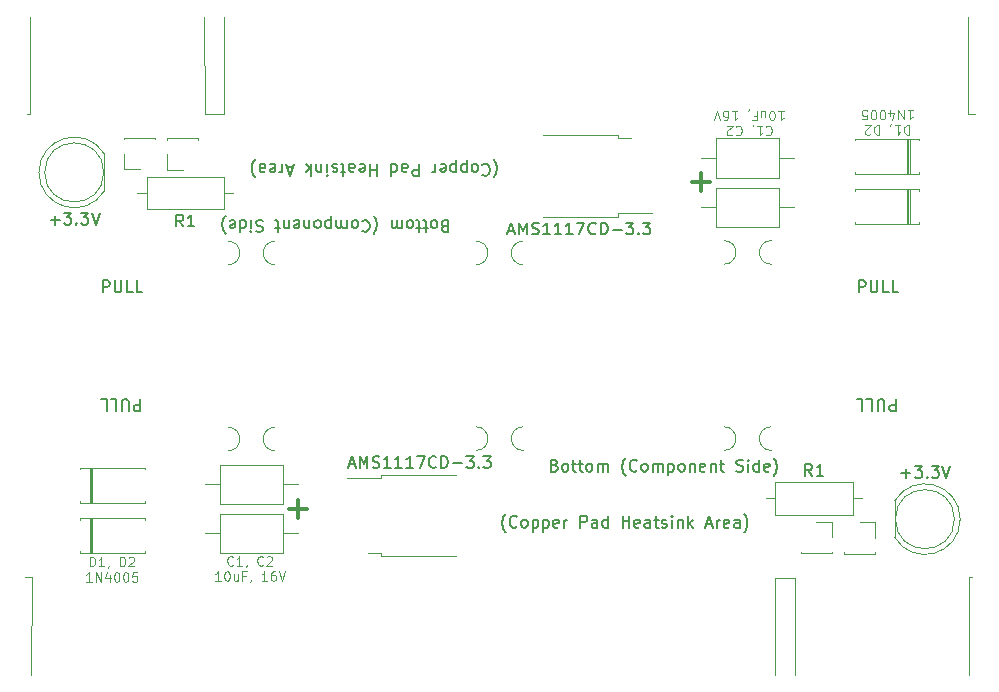
<source format=gbr>
%TF.GenerationSoftware,KiCad,Pcbnew,7.0.7*%
%TF.CreationDate,2023-11-02T08:16:25-05:00*%
%TF.ProjectId,PCI Blaster Mouse Bites,50434920-426c-4617-9374-6572204d6f75,rev?*%
%TF.SameCoordinates,Original*%
%TF.FileFunction,Legend,Top*%
%TF.FilePolarity,Positive*%
%FSLAX46Y46*%
G04 Gerber Fmt 4.6, Leading zero omitted, Abs format (unit mm)*
G04 Created by KiCad (PCBNEW 7.0.7) date 2023-11-02 08:16:25*
%MOMM*%
%LPD*%
G01*
G04 APERTURE LIST*
%ADD10C,0.125000*%
%ADD11C,0.200000*%
%ADD12C,0.300000*%
%ADD13C,0.150000*%
%ADD14C,0.100000*%
%ADD15C,0.120000*%
G04 APERTURE END LIST*
D10*
X176557523Y-67798595D02*
X176595619Y-67760500D01*
X176595619Y-67760500D02*
X176709904Y-67722404D01*
X176709904Y-67722404D02*
X176786095Y-67722404D01*
X176786095Y-67722404D02*
X176900381Y-67760500D01*
X176900381Y-67760500D02*
X176976571Y-67836690D01*
X176976571Y-67836690D02*
X177014666Y-67912880D01*
X177014666Y-67912880D02*
X177052762Y-68065261D01*
X177052762Y-68065261D02*
X177052762Y-68179547D01*
X177052762Y-68179547D02*
X177014666Y-68331928D01*
X177014666Y-68331928D02*
X176976571Y-68408119D01*
X176976571Y-68408119D02*
X176900381Y-68484309D01*
X176900381Y-68484309D02*
X176786095Y-68522404D01*
X176786095Y-68522404D02*
X176709904Y-68522404D01*
X176709904Y-68522404D02*
X176595619Y-68484309D01*
X176595619Y-68484309D02*
X176557523Y-68446214D01*
X175795619Y-67722404D02*
X176252762Y-67722404D01*
X176024190Y-67722404D02*
X176024190Y-68522404D01*
X176024190Y-68522404D02*
X176100381Y-68408119D01*
X176100381Y-68408119D02*
X176176571Y-68331928D01*
X176176571Y-68331928D02*
X176252762Y-68293833D01*
X175414666Y-67760500D02*
X175414666Y-67722404D01*
X175414666Y-67722404D02*
X175452761Y-67646214D01*
X175452761Y-67646214D02*
X175490857Y-67608119D01*
X174005142Y-67798595D02*
X174043238Y-67760500D01*
X174043238Y-67760500D02*
X174157523Y-67722404D01*
X174157523Y-67722404D02*
X174233714Y-67722404D01*
X174233714Y-67722404D02*
X174348000Y-67760500D01*
X174348000Y-67760500D02*
X174424190Y-67836690D01*
X174424190Y-67836690D02*
X174462285Y-67912880D01*
X174462285Y-67912880D02*
X174500381Y-68065261D01*
X174500381Y-68065261D02*
X174500381Y-68179547D01*
X174500381Y-68179547D02*
X174462285Y-68331928D01*
X174462285Y-68331928D02*
X174424190Y-68408119D01*
X174424190Y-68408119D02*
X174348000Y-68484309D01*
X174348000Y-68484309D02*
X174233714Y-68522404D01*
X174233714Y-68522404D02*
X174157523Y-68522404D01*
X174157523Y-68522404D02*
X174043238Y-68484309D01*
X174043238Y-68484309D02*
X174005142Y-68446214D01*
X173700381Y-68446214D02*
X173662285Y-68484309D01*
X173662285Y-68484309D02*
X173586095Y-68522404D01*
X173586095Y-68522404D02*
X173395619Y-68522404D01*
X173395619Y-68522404D02*
X173319428Y-68484309D01*
X173319428Y-68484309D02*
X173281333Y-68446214D01*
X173281333Y-68446214D02*
X173243238Y-68370023D01*
X173243238Y-68370023D02*
X173243238Y-68293833D01*
X173243238Y-68293833D02*
X173281333Y-68179547D01*
X173281333Y-68179547D02*
X173738476Y-67722404D01*
X173738476Y-67722404D02*
X173243238Y-67722404D01*
X177605143Y-66434404D02*
X178062286Y-66434404D01*
X177833714Y-66434404D02*
X177833714Y-67234404D01*
X177833714Y-67234404D02*
X177909905Y-67120119D01*
X177909905Y-67120119D02*
X177986095Y-67043928D01*
X177986095Y-67043928D02*
X178062286Y-67005833D01*
X177109904Y-67234404D02*
X177033714Y-67234404D01*
X177033714Y-67234404D02*
X176957523Y-67196309D01*
X176957523Y-67196309D02*
X176919428Y-67158214D01*
X176919428Y-67158214D02*
X176881333Y-67082023D01*
X176881333Y-67082023D02*
X176843238Y-66929642D01*
X176843238Y-66929642D02*
X176843238Y-66739166D01*
X176843238Y-66739166D02*
X176881333Y-66586785D01*
X176881333Y-66586785D02*
X176919428Y-66510595D01*
X176919428Y-66510595D02*
X176957523Y-66472500D01*
X176957523Y-66472500D02*
X177033714Y-66434404D01*
X177033714Y-66434404D02*
X177109904Y-66434404D01*
X177109904Y-66434404D02*
X177186095Y-66472500D01*
X177186095Y-66472500D02*
X177224190Y-66510595D01*
X177224190Y-66510595D02*
X177262285Y-66586785D01*
X177262285Y-66586785D02*
X177300381Y-66739166D01*
X177300381Y-66739166D02*
X177300381Y-66929642D01*
X177300381Y-66929642D02*
X177262285Y-67082023D01*
X177262285Y-67082023D02*
X177224190Y-67158214D01*
X177224190Y-67158214D02*
X177186095Y-67196309D01*
X177186095Y-67196309D02*
X177109904Y-67234404D01*
X176157523Y-66967738D02*
X176157523Y-66434404D01*
X176500380Y-66967738D02*
X176500380Y-66548690D01*
X176500380Y-66548690D02*
X176462285Y-66472500D01*
X176462285Y-66472500D02*
X176386095Y-66434404D01*
X176386095Y-66434404D02*
X176271809Y-66434404D01*
X176271809Y-66434404D02*
X176195618Y-66472500D01*
X176195618Y-66472500D02*
X176157523Y-66510595D01*
X175509904Y-66853452D02*
X175776570Y-66853452D01*
X175776570Y-66434404D02*
X175776570Y-67234404D01*
X175776570Y-67234404D02*
X175395618Y-67234404D01*
X175052761Y-66472500D02*
X175052761Y-66434404D01*
X175052761Y-66434404D02*
X175090856Y-66358214D01*
X175090856Y-66358214D02*
X175128952Y-66320119D01*
X173681333Y-66434404D02*
X174138476Y-66434404D01*
X173909904Y-66434404D02*
X173909904Y-67234404D01*
X173909904Y-67234404D02*
X173986095Y-67120119D01*
X173986095Y-67120119D02*
X174062285Y-67043928D01*
X174062285Y-67043928D02*
X174138476Y-67005833D01*
X172995618Y-67234404D02*
X173147999Y-67234404D01*
X173147999Y-67234404D02*
X173224190Y-67196309D01*
X173224190Y-67196309D02*
X173262285Y-67158214D01*
X173262285Y-67158214D02*
X173338475Y-67043928D01*
X173338475Y-67043928D02*
X173376571Y-66891547D01*
X173376571Y-66891547D02*
X173376571Y-66586785D01*
X173376571Y-66586785D02*
X173338475Y-66510595D01*
X173338475Y-66510595D02*
X173300380Y-66472500D01*
X173300380Y-66472500D02*
X173224190Y-66434404D01*
X173224190Y-66434404D02*
X173071809Y-66434404D01*
X173071809Y-66434404D02*
X172995618Y-66472500D01*
X172995618Y-66472500D02*
X172957523Y-66510595D01*
X172957523Y-66510595D02*
X172919428Y-66586785D01*
X172919428Y-66586785D02*
X172919428Y-66777261D01*
X172919428Y-66777261D02*
X172957523Y-66853452D01*
X172957523Y-66853452D02*
X172995618Y-66891547D01*
X172995618Y-66891547D02*
X173071809Y-66929642D01*
X173071809Y-66929642D02*
X173224190Y-66929642D01*
X173224190Y-66929642D02*
X173300380Y-66891547D01*
X173300380Y-66891547D02*
X173338475Y-66853452D01*
X173338475Y-66853452D02*
X173376571Y-66777261D01*
X172690856Y-67234404D02*
X172424189Y-66434404D01*
X172424189Y-66434404D02*
X172157523Y-67234404D01*
X188694666Y-67652404D02*
X188694666Y-68452404D01*
X188694666Y-68452404D02*
X188504190Y-68452404D01*
X188504190Y-68452404D02*
X188389904Y-68414309D01*
X188389904Y-68414309D02*
X188313714Y-68338119D01*
X188313714Y-68338119D02*
X188275619Y-68261928D01*
X188275619Y-68261928D02*
X188237523Y-68109547D01*
X188237523Y-68109547D02*
X188237523Y-67995261D01*
X188237523Y-67995261D02*
X188275619Y-67842880D01*
X188275619Y-67842880D02*
X188313714Y-67766690D01*
X188313714Y-67766690D02*
X188389904Y-67690500D01*
X188389904Y-67690500D02*
X188504190Y-67652404D01*
X188504190Y-67652404D02*
X188694666Y-67652404D01*
X187475619Y-67652404D02*
X187932762Y-67652404D01*
X187704190Y-67652404D02*
X187704190Y-68452404D01*
X187704190Y-68452404D02*
X187780381Y-68338119D01*
X187780381Y-68338119D02*
X187856571Y-68261928D01*
X187856571Y-68261928D02*
X187932762Y-68223833D01*
X187094666Y-67690500D02*
X187094666Y-67652404D01*
X187094666Y-67652404D02*
X187132761Y-67576214D01*
X187132761Y-67576214D02*
X187170857Y-67538119D01*
X186142285Y-67652404D02*
X186142285Y-68452404D01*
X186142285Y-68452404D02*
X185951809Y-68452404D01*
X185951809Y-68452404D02*
X185837523Y-68414309D01*
X185837523Y-68414309D02*
X185761333Y-68338119D01*
X185761333Y-68338119D02*
X185723238Y-68261928D01*
X185723238Y-68261928D02*
X185685142Y-68109547D01*
X185685142Y-68109547D02*
X185685142Y-67995261D01*
X185685142Y-67995261D02*
X185723238Y-67842880D01*
X185723238Y-67842880D02*
X185761333Y-67766690D01*
X185761333Y-67766690D02*
X185837523Y-67690500D01*
X185837523Y-67690500D02*
X185951809Y-67652404D01*
X185951809Y-67652404D02*
X186142285Y-67652404D01*
X185380381Y-68376214D02*
X185342285Y-68414309D01*
X185342285Y-68414309D02*
X185266095Y-68452404D01*
X185266095Y-68452404D02*
X185075619Y-68452404D01*
X185075619Y-68452404D02*
X184999428Y-68414309D01*
X184999428Y-68414309D02*
X184961333Y-68376214D01*
X184961333Y-68376214D02*
X184923238Y-68300023D01*
X184923238Y-68300023D02*
X184923238Y-68223833D01*
X184923238Y-68223833D02*
X184961333Y-68109547D01*
X184961333Y-68109547D02*
X185418476Y-67652404D01*
X185418476Y-67652404D02*
X184923238Y-67652404D01*
X188542286Y-66364404D02*
X188999429Y-66364404D01*
X188770857Y-66364404D02*
X188770857Y-67164404D01*
X188770857Y-67164404D02*
X188847048Y-67050119D01*
X188847048Y-67050119D02*
X188923238Y-66973928D01*
X188923238Y-66973928D02*
X188999429Y-66935833D01*
X188199428Y-66364404D02*
X188199428Y-67164404D01*
X188199428Y-67164404D02*
X187742285Y-66364404D01*
X187742285Y-66364404D02*
X187742285Y-67164404D01*
X187018476Y-66897738D02*
X187018476Y-66364404D01*
X187208952Y-67202500D02*
X187399429Y-66631071D01*
X187399429Y-66631071D02*
X186904190Y-66631071D01*
X186447047Y-67164404D02*
X186370857Y-67164404D01*
X186370857Y-67164404D02*
X186294666Y-67126309D01*
X186294666Y-67126309D02*
X186256571Y-67088214D01*
X186256571Y-67088214D02*
X186218476Y-67012023D01*
X186218476Y-67012023D02*
X186180381Y-66859642D01*
X186180381Y-66859642D02*
X186180381Y-66669166D01*
X186180381Y-66669166D02*
X186218476Y-66516785D01*
X186218476Y-66516785D02*
X186256571Y-66440595D01*
X186256571Y-66440595D02*
X186294666Y-66402500D01*
X186294666Y-66402500D02*
X186370857Y-66364404D01*
X186370857Y-66364404D02*
X186447047Y-66364404D01*
X186447047Y-66364404D02*
X186523238Y-66402500D01*
X186523238Y-66402500D02*
X186561333Y-66440595D01*
X186561333Y-66440595D02*
X186599428Y-66516785D01*
X186599428Y-66516785D02*
X186637524Y-66669166D01*
X186637524Y-66669166D02*
X186637524Y-66859642D01*
X186637524Y-66859642D02*
X186599428Y-67012023D01*
X186599428Y-67012023D02*
X186561333Y-67088214D01*
X186561333Y-67088214D02*
X186523238Y-67126309D01*
X186523238Y-67126309D02*
X186447047Y-67164404D01*
X185685142Y-67164404D02*
X185608952Y-67164404D01*
X185608952Y-67164404D02*
X185532761Y-67126309D01*
X185532761Y-67126309D02*
X185494666Y-67088214D01*
X185494666Y-67088214D02*
X185456571Y-67012023D01*
X185456571Y-67012023D02*
X185418476Y-66859642D01*
X185418476Y-66859642D02*
X185418476Y-66669166D01*
X185418476Y-66669166D02*
X185456571Y-66516785D01*
X185456571Y-66516785D02*
X185494666Y-66440595D01*
X185494666Y-66440595D02*
X185532761Y-66402500D01*
X185532761Y-66402500D02*
X185608952Y-66364404D01*
X185608952Y-66364404D02*
X185685142Y-66364404D01*
X185685142Y-66364404D02*
X185761333Y-66402500D01*
X185761333Y-66402500D02*
X185799428Y-66440595D01*
X185799428Y-66440595D02*
X185837523Y-66516785D01*
X185837523Y-66516785D02*
X185875619Y-66669166D01*
X185875619Y-66669166D02*
X185875619Y-66859642D01*
X185875619Y-66859642D02*
X185837523Y-67012023D01*
X185837523Y-67012023D02*
X185799428Y-67088214D01*
X185799428Y-67088214D02*
X185761333Y-67126309D01*
X185761333Y-67126309D02*
X185685142Y-67164404D01*
X184694666Y-67164404D02*
X185075618Y-67164404D01*
X185075618Y-67164404D02*
X185113714Y-66783452D01*
X185113714Y-66783452D02*
X185075618Y-66821547D01*
X185075618Y-66821547D02*
X184999428Y-66859642D01*
X184999428Y-66859642D02*
X184808952Y-66859642D01*
X184808952Y-66859642D02*
X184732761Y-66821547D01*
X184732761Y-66821547D02*
X184694666Y-66783452D01*
X184694666Y-66783452D02*
X184656571Y-66707261D01*
X184656571Y-66707261D02*
X184656571Y-66516785D01*
X184656571Y-66516785D02*
X184694666Y-66440595D01*
X184694666Y-66440595D02*
X184732761Y-66402500D01*
X184732761Y-66402500D02*
X184808952Y-66364404D01*
X184808952Y-66364404D02*
X184999428Y-66364404D01*
X184999428Y-66364404D02*
X185075618Y-66402500D01*
X185075618Y-66402500D02*
X185113714Y-66440595D01*
D11*
X153492612Y-70553828D02*
X153540231Y-70601447D01*
X153540231Y-70601447D02*
X153635469Y-70744304D01*
X153635469Y-70744304D02*
X153683088Y-70839542D01*
X153683088Y-70839542D02*
X153730707Y-70982400D01*
X153730707Y-70982400D02*
X153778326Y-71220495D01*
X153778326Y-71220495D02*
X153778326Y-71410971D01*
X153778326Y-71410971D02*
X153730707Y-71649066D01*
X153730707Y-71649066D02*
X153683088Y-71791923D01*
X153683088Y-71791923D02*
X153635469Y-71887161D01*
X153635469Y-71887161D02*
X153540231Y-72030019D01*
X153540231Y-72030019D02*
X153492612Y-72077638D01*
X152540231Y-71030019D02*
X152587850Y-70982400D01*
X152587850Y-70982400D02*
X152730707Y-70934780D01*
X152730707Y-70934780D02*
X152825945Y-70934780D01*
X152825945Y-70934780D02*
X152968802Y-70982400D01*
X152968802Y-70982400D02*
X153064040Y-71077638D01*
X153064040Y-71077638D02*
X153111659Y-71172876D01*
X153111659Y-71172876D02*
X153159278Y-71363352D01*
X153159278Y-71363352D02*
X153159278Y-71506209D01*
X153159278Y-71506209D02*
X153111659Y-71696685D01*
X153111659Y-71696685D02*
X153064040Y-71791923D01*
X153064040Y-71791923D02*
X152968802Y-71887161D01*
X152968802Y-71887161D02*
X152825945Y-71934780D01*
X152825945Y-71934780D02*
X152730707Y-71934780D01*
X152730707Y-71934780D02*
X152587850Y-71887161D01*
X152587850Y-71887161D02*
X152540231Y-71839542D01*
X151968802Y-70934780D02*
X152064040Y-70982400D01*
X152064040Y-70982400D02*
X152111659Y-71030019D01*
X152111659Y-71030019D02*
X152159278Y-71125257D01*
X152159278Y-71125257D02*
X152159278Y-71410971D01*
X152159278Y-71410971D02*
X152111659Y-71506209D01*
X152111659Y-71506209D02*
X152064040Y-71553828D01*
X152064040Y-71553828D02*
X151968802Y-71601447D01*
X151968802Y-71601447D02*
X151825945Y-71601447D01*
X151825945Y-71601447D02*
X151730707Y-71553828D01*
X151730707Y-71553828D02*
X151683088Y-71506209D01*
X151683088Y-71506209D02*
X151635469Y-71410971D01*
X151635469Y-71410971D02*
X151635469Y-71125257D01*
X151635469Y-71125257D02*
X151683088Y-71030019D01*
X151683088Y-71030019D02*
X151730707Y-70982400D01*
X151730707Y-70982400D02*
X151825945Y-70934780D01*
X151825945Y-70934780D02*
X151968802Y-70934780D01*
X151206897Y-71601447D02*
X151206897Y-70601447D01*
X151206897Y-71553828D02*
X151111659Y-71601447D01*
X151111659Y-71601447D02*
X150921183Y-71601447D01*
X150921183Y-71601447D02*
X150825945Y-71553828D01*
X150825945Y-71553828D02*
X150778326Y-71506209D01*
X150778326Y-71506209D02*
X150730707Y-71410971D01*
X150730707Y-71410971D02*
X150730707Y-71125257D01*
X150730707Y-71125257D02*
X150778326Y-71030019D01*
X150778326Y-71030019D02*
X150825945Y-70982400D01*
X150825945Y-70982400D02*
X150921183Y-70934780D01*
X150921183Y-70934780D02*
X151111659Y-70934780D01*
X151111659Y-70934780D02*
X151206897Y-70982400D01*
X150302135Y-71601447D02*
X150302135Y-70601447D01*
X150302135Y-71553828D02*
X150206897Y-71601447D01*
X150206897Y-71601447D02*
X150016421Y-71601447D01*
X150016421Y-71601447D02*
X149921183Y-71553828D01*
X149921183Y-71553828D02*
X149873564Y-71506209D01*
X149873564Y-71506209D02*
X149825945Y-71410971D01*
X149825945Y-71410971D02*
X149825945Y-71125257D01*
X149825945Y-71125257D02*
X149873564Y-71030019D01*
X149873564Y-71030019D02*
X149921183Y-70982400D01*
X149921183Y-70982400D02*
X150016421Y-70934780D01*
X150016421Y-70934780D02*
X150206897Y-70934780D01*
X150206897Y-70934780D02*
X150302135Y-70982400D01*
X149016421Y-70982400D02*
X149111659Y-70934780D01*
X149111659Y-70934780D02*
X149302135Y-70934780D01*
X149302135Y-70934780D02*
X149397373Y-70982400D01*
X149397373Y-70982400D02*
X149444992Y-71077638D01*
X149444992Y-71077638D02*
X149444992Y-71458590D01*
X149444992Y-71458590D02*
X149397373Y-71553828D01*
X149397373Y-71553828D02*
X149302135Y-71601447D01*
X149302135Y-71601447D02*
X149111659Y-71601447D01*
X149111659Y-71601447D02*
X149016421Y-71553828D01*
X149016421Y-71553828D02*
X148968802Y-71458590D01*
X148968802Y-71458590D02*
X148968802Y-71363352D01*
X148968802Y-71363352D02*
X149444992Y-71268114D01*
X148540230Y-70934780D02*
X148540230Y-71601447D01*
X148540230Y-71410971D02*
X148492611Y-71506209D01*
X148492611Y-71506209D02*
X148444992Y-71553828D01*
X148444992Y-71553828D02*
X148349754Y-71601447D01*
X148349754Y-71601447D02*
X148254516Y-71601447D01*
X147159277Y-70934780D02*
X147159277Y-71934780D01*
X147159277Y-71934780D02*
X146778325Y-71934780D01*
X146778325Y-71934780D02*
X146683087Y-71887161D01*
X146683087Y-71887161D02*
X146635468Y-71839542D01*
X146635468Y-71839542D02*
X146587849Y-71744304D01*
X146587849Y-71744304D02*
X146587849Y-71601447D01*
X146587849Y-71601447D02*
X146635468Y-71506209D01*
X146635468Y-71506209D02*
X146683087Y-71458590D01*
X146683087Y-71458590D02*
X146778325Y-71410971D01*
X146778325Y-71410971D02*
X147159277Y-71410971D01*
X145730706Y-70934780D02*
X145730706Y-71458590D01*
X145730706Y-71458590D02*
X145778325Y-71553828D01*
X145778325Y-71553828D02*
X145873563Y-71601447D01*
X145873563Y-71601447D02*
X146064039Y-71601447D01*
X146064039Y-71601447D02*
X146159277Y-71553828D01*
X145730706Y-70982400D02*
X145825944Y-70934780D01*
X145825944Y-70934780D02*
X146064039Y-70934780D01*
X146064039Y-70934780D02*
X146159277Y-70982400D01*
X146159277Y-70982400D02*
X146206896Y-71077638D01*
X146206896Y-71077638D02*
X146206896Y-71172876D01*
X146206896Y-71172876D02*
X146159277Y-71268114D01*
X146159277Y-71268114D02*
X146064039Y-71315733D01*
X146064039Y-71315733D02*
X145825944Y-71315733D01*
X145825944Y-71315733D02*
X145730706Y-71363352D01*
X144825944Y-70934780D02*
X144825944Y-71934780D01*
X144825944Y-70982400D02*
X144921182Y-70934780D01*
X144921182Y-70934780D02*
X145111658Y-70934780D01*
X145111658Y-70934780D02*
X145206896Y-70982400D01*
X145206896Y-70982400D02*
X145254515Y-71030019D01*
X145254515Y-71030019D02*
X145302134Y-71125257D01*
X145302134Y-71125257D02*
X145302134Y-71410971D01*
X145302134Y-71410971D02*
X145254515Y-71506209D01*
X145254515Y-71506209D02*
X145206896Y-71553828D01*
X145206896Y-71553828D02*
X145111658Y-71601447D01*
X145111658Y-71601447D02*
X144921182Y-71601447D01*
X144921182Y-71601447D02*
X144825944Y-71553828D01*
X143587848Y-70934780D02*
X143587848Y-71934780D01*
X143587848Y-71458590D02*
X143016420Y-71458590D01*
X143016420Y-70934780D02*
X143016420Y-71934780D01*
X142159277Y-70982400D02*
X142254515Y-70934780D01*
X142254515Y-70934780D02*
X142444991Y-70934780D01*
X142444991Y-70934780D02*
X142540229Y-70982400D01*
X142540229Y-70982400D02*
X142587848Y-71077638D01*
X142587848Y-71077638D02*
X142587848Y-71458590D01*
X142587848Y-71458590D02*
X142540229Y-71553828D01*
X142540229Y-71553828D02*
X142444991Y-71601447D01*
X142444991Y-71601447D02*
X142254515Y-71601447D01*
X142254515Y-71601447D02*
X142159277Y-71553828D01*
X142159277Y-71553828D02*
X142111658Y-71458590D01*
X142111658Y-71458590D02*
X142111658Y-71363352D01*
X142111658Y-71363352D02*
X142587848Y-71268114D01*
X141254515Y-70934780D02*
X141254515Y-71458590D01*
X141254515Y-71458590D02*
X141302134Y-71553828D01*
X141302134Y-71553828D02*
X141397372Y-71601447D01*
X141397372Y-71601447D02*
X141587848Y-71601447D01*
X141587848Y-71601447D02*
X141683086Y-71553828D01*
X141254515Y-70982400D02*
X141349753Y-70934780D01*
X141349753Y-70934780D02*
X141587848Y-70934780D01*
X141587848Y-70934780D02*
X141683086Y-70982400D01*
X141683086Y-70982400D02*
X141730705Y-71077638D01*
X141730705Y-71077638D02*
X141730705Y-71172876D01*
X141730705Y-71172876D02*
X141683086Y-71268114D01*
X141683086Y-71268114D02*
X141587848Y-71315733D01*
X141587848Y-71315733D02*
X141349753Y-71315733D01*
X141349753Y-71315733D02*
X141254515Y-71363352D01*
X140921181Y-71601447D02*
X140540229Y-71601447D01*
X140778324Y-71934780D02*
X140778324Y-71077638D01*
X140778324Y-71077638D02*
X140730705Y-70982400D01*
X140730705Y-70982400D02*
X140635467Y-70934780D01*
X140635467Y-70934780D02*
X140540229Y-70934780D01*
X140254514Y-70982400D02*
X140159276Y-70934780D01*
X140159276Y-70934780D02*
X139968800Y-70934780D01*
X139968800Y-70934780D02*
X139873562Y-70982400D01*
X139873562Y-70982400D02*
X139825943Y-71077638D01*
X139825943Y-71077638D02*
X139825943Y-71125257D01*
X139825943Y-71125257D02*
X139873562Y-71220495D01*
X139873562Y-71220495D02*
X139968800Y-71268114D01*
X139968800Y-71268114D02*
X140111657Y-71268114D01*
X140111657Y-71268114D02*
X140206895Y-71315733D01*
X140206895Y-71315733D02*
X140254514Y-71410971D01*
X140254514Y-71410971D02*
X140254514Y-71458590D01*
X140254514Y-71458590D02*
X140206895Y-71553828D01*
X140206895Y-71553828D02*
X140111657Y-71601447D01*
X140111657Y-71601447D02*
X139968800Y-71601447D01*
X139968800Y-71601447D02*
X139873562Y-71553828D01*
X139397371Y-70934780D02*
X139397371Y-71601447D01*
X139397371Y-71934780D02*
X139444990Y-71887161D01*
X139444990Y-71887161D02*
X139397371Y-71839542D01*
X139397371Y-71839542D02*
X139349752Y-71887161D01*
X139349752Y-71887161D02*
X139397371Y-71934780D01*
X139397371Y-71934780D02*
X139397371Y-71839542D01*
X138921181Y-71601447D02*
X138921181Y-70934780D01*
X138921181Y-71506209D02*
X138873562Y-71553828D01*
X138873562Y-71553828D02*
X138778324Y-71601447D01*
X138778324Y-71601447D02*
X138635467Y-71601447D01*
X138635467Y-71601447D02*
X138540229Y-71553828D01*
X138540229Y-71553828D02*
X138492610Y-71458590D01*
X138492610Y-71458590D02*
X138492610Y-70934780D01*
X138016419Y-70934780D02*
X138016419Y-71934780D01*
X137921181Y-71315733D02*
X137635467Y-70934780D01*
X137635467Y-71601447D02*
X138016419Y-71220495D01*
X136492609Y-71220495D02*
X136016419Y-71220495D01*
X136587847Y-70934780D02*
X136254514Y-71934780D01*
X136254514Y-71934780D02*
X135921181Y-70934780D01*
X135587847Y-70934780D02*
X135587847Y-71601447D01*
X135587847Y-71410971D02*
X135540228Y-71506209D01*
X135540228Y-71506209D02*
X135492609Y-71553828D01*
X135492609Y-71553828D02*
X135397371Y-71601447D01*
X135397371Y-71601447D02*
X135302133Y-71601447D01*
X134587847Y-70982400D02*
X134683085Y-70934780D01*
X134683085Y-70934780D02*
X134873561Y-70934780D01*
X134873561Y-70934780D02*
X134968799Y-70982400D01*
X134968799Y-70982400D02*
X135016418Y-71077638D01*
X135016418Y-71077638D02*
X135016418Y-71458590D01*
X135016418Y-71458590D02*
X134968799Y-71553828D01*
X134968799Y-71553828D02*
X134873561Y-71601447D01*
X134873561Y-71601447D02*
X134683085Y-71601447D01*
X134683085Y-71601447D02*
X134587847Y-71553828D01*
X134587847Y-71553828D02*
X134540228Y-71458590D01*
X134540228Y-71458590D02*
X134540228Y-71363352D01*
X134540228Y-71363352D02*
X135016418Y-71268114D01*
X133683085Y-70934780D02*
X133683085Y-71458590D01*
X133683085Y-71458590D02*
X133730704Y-71553828D01*
X133730704Y-71553828D02*
X133825942Y-71601447D01*
X133825942Y-71601447D02*
X134016418Y-71601447D01*
X134016418Y-71601447D02*
X134111656Y-71553828D01*
X133683085Y-70982400D02*
X133778323Y-70934780D01*
X133778323Y-70934780D02*
X134016418Y-70934780D01*
X134016418Y-70934780D02*
X134111656Y-70982400D01*
X134111656Y-70982400D02*
X134159275Y-71077638D01*
X134159275Y-71077638D02*
X134159275Y-71172876D01*
X134159275Y-71172876D02*
X134111656Y-71268114D01*
X134111656Y-71268114D02*
X134016418Y-71315733D01*
X134016418Y-71315733D02*
X133778323Y-71315733D01*
X133778323Y-71315733D02*
X133683085Y-71363352D01*
X133302132Y-70553828D02*
X133254513Y-70601447D01*
X133254513Y-70601447D02*
X133159275Y-70744304D01*
X133159275Y-70744304D02*
X133111656Y-70839542D01*
X133111656Y-70839542D02*
X133064037Y-70982400D01*
X133064037Y-70982400D02*
X133016418Y-71220495D01*
X133016418Y-71220495D02*
X133016418Y-71410971D01*
X133016418Y-71410971D02*
X133064037Y-71649066D01*
X133064037Y-71649066D02*
X133111656Y-71791923D01*
X133111656Y-71791923D02*
X133159275Y-71887161D01*
X133159275Y-71887161D02*
X133254513Y-72030019D01*
X133254513Y-72030019D02*
X133302132Y-72077638D01*
D12*
X171799441Y-72474266D02*
X170275632Y-72474266D01*
X171037536Y-71712361D02*
X171037536Y-73236171D01*
D11*
X120417673Y-81799219D02*
X120417673Y-80799219D01*
X120417673Y-80799219D02*
X120798625Y-80799219D01*
X120798625Y-80799219D02*
X120893863Y-80846838D01*
X120893863Y-80846838D02*
X120941482Y-80894457D01*
X120941482Y-80894457D02*
X120989101Y-80989695D01*
X120989101Y-80989695D02*
X120989101Y-81132552D01*
X120989101Y-81132552D02*
X120941482Y-81227790D01*
X120941482Y-81227790D02*
X120893863Y-81275409D01*
X120893863Y-81275409D02*
X120798625Y-81323028D01*
X120798625Y-81323028D02*
X120417673Y-81323028D01*
X121417673Y-80799219D02*
X121417673Y-81608742D01*
X121417673Y-81608742D02*
X121465292Y-81703980D01*
X121465292Y-81703980D02*
X121512911Y-81751600D01*
X121512911Y-81751600D02*
X121608149Y-81799219D01*
X121608149Y-81799219D02*
X121798625Y-81799219D01*
X121798625Y-81799219D02*
X121893863Y-81751600D01*
X121893863Y-81751600D02*
X121941482Y-81703980D01*
X121941482Y-81703980D02*
X121989101Y-81608742D01*
X121989101Y-81608742D02*
X121989101Y-80799219D01*
X122941482Y-81799219D02*
X122465292Y-81799219D01*
X122465292Y-81799219D02*
X122465292Y-80799219D01*
X123751006Y-81799219D02*
X123274816Y-81799219D01*
X123274816Y-81799219D02*
X123274816Y-80799219D01*
X184417673Y-81799219D02*
X184417673Y-80799219D01*
X184417673Y-80799219D02*
X184798625Y-80799219D01*
X184798625Y-80799219D02*
X184893863Y-80846838D01*
X184893863Y-80846838D02*
X184941482Y-80894457D01*
X184941482Y-80894457D02*
X184989101Y-80989695D01*
X184989101Y-80989695D02*
X184989101Y-81132552D01*
X184989101Y-81132552D02*
X184941482Y-81227790D01*
X184941482Y-81227790D02*
X184893863Y-81275409D01*
X184893863Y-81275409D02*
X184798625Y-81323028D01*
X184798625Y-81323028D02*
X184417673Y-81323028D01*
X185417673Y-80799219D02*
X185417673Y-81608742D01*
X185417673Y-81608742D02*
X185465292Y-81703980D01*
X185465292Y-81703980D02*
X185512911Y-81751600D01*
X185512911Y-81751600D02*
X185608149Y-81799219D01*
X185608149Y-81799219D02*
X185798625Y-81799219D01*
X185798625Y-81799219D02*
X185893863Y-81751600D01*
X185893863Y-81751600D02*
X185941482Y-81703980D01*
X185941482Y-81703980D02*
X185989101Y-81608742D01*
X185989101Y-81608742D02*
X185989101Y-80799219D01*
X186941482Y-81799219D02*
X186465292Y-81799219D01*
X186465292Y-81799219D02*
X186465292Y-80799219D01*
X187751006Y-81799219D02*
X187274816Y-81799219D01*
X187274816Y-81799219D02*
X187274816Y-80799219D01*
D13*
X149327887Y-76205990D02*
X149185030Y-76158371D01*
X149185030Y-76158371D02*
X149137411Y-76110752D01*
X149137411Y-76110752D02*
X149089792Y-76015514D01*
X149089792Y-76015514D02*
X149089792Y-75872657D01*
X149089792Y-75872657D02*
X149137411Y-75777419D01*
X149137411Y-75777419D02*
X149185030Y-75729800D01*
X149185030Y-75729800D02*
X149280268Y-75682180D01*
X149280268Y-75682180D02*
X149661220Y-75682180D01*
X149661220Y-75682180D02*
X149661220Y-76682180D01*
X149661220Y-76682180D02*
X149327887Y-76682180D01*
X149327887Y-76682180D02*
X149232649Y-76634561D01*
X149232649Y-76634561D02*
X149185030Y-76586942D01*
X149185030Y-76586942D02*
X149137411Y-76491704D01*
X149137411Y-76491704D02*
X149137411Y-76396466D01*
X149137411Y-76396466D02*
X149185030Y-76301228D01*
X149185030Y-76301228D02*
X149232649Y-76253609D01*
X149232649Y-76253609D02*
X149327887Y-76205990D01*
X149327887Y-76205990D02*
X149661220Y-76205990D01*
X148518363Y-75682180D02*
X148613601Y-75729800D01*
X148613601Y-75729800D02*
X148661220Y-75777419D01*
X148661220Y-75777419D02*
X148708839Y-75872657D01*
X148708839Y-75872657D02*
X148708839Y-76158371D01*
X148708839Y-76158371D02*
X148661220Y-76253609D01*
X148661220Y-76253609D02*
X148613601Y-76301228D01*
X148613601Y-76301228D02*
X148518363Y-76348847D01*
X148518363Y-76348847D02*
X148375506Y-76348847D01*
X148375506Y-76348847D02*
X148280268Y-76301228D01*
X148280268Y-76301228D02*
X148232649Y-76253609D01*
X148232649Y-76253609D02*
X148185030Y-76158371D01*
X148185030Y-76158371D02*
X148185030Y-75872657D01*
X148185030Y-75872657D02*
X148232649Y-75777419D01*
X148232649Y-75777419D02*
X148280268Y-75729800D01*
X148280268Y-75729800D02*
X148375506Y-75682180D01*
X148375506Y-75682180D02*
X148518363Y-75682180D01*
X147899315Y-76348847D02*
X147518363Y-76348847D01*
X147756458Y-76682180D02*
X147756458Y-75825038D01*
X147756458Y-75825038D02*
X147708839Y-75729800D01*
X147708839Y-75729800D02*
X147613601Y-75682180D01*
X147613601Y-75682180D02*
X147518363Y-75682180D01*
X147327886Y-76348847D02*
X146946934Y-76348847D01*
X147185029Y-76682180D02*
X147185029Y-75825038D01*
X147185029Y-75825038D02*
X147137410Y-75729800D01*
X147137410Y-75729800D02*
X147042172Y-75682180D01*
X147042172Y-75682180D02*
X146946934Y-75682180D01*
X146470743Y-75682180D02*
X146565981Y-75729800D01*
X146565981Y-75729800D02*
X146613600Y-75777419D01*
X146613600Y-75777419D02*
X146661219Y-75872657D01*
X146661219Y-75872657D02*
X146661219Y-76158371D01*
X146661219Y-76158371D02*
X146613600Y-76253609D01*
X146613600Y-76253609D02*
X146565981Y-76301228D01*
X146565981Y-76301228D02*
X146470743Y-76348847D01*
X146470743Y-76348847D02*
X146327886Y-76348847D01*
X146327886Y-76348847D02*
X146232648Y-76301228D01*
X146232648Y-76301228D02*
X146185029Y-76253609D01*
X146185029Y-76253609D02*
X146137410Y-76158371D01*
X146137410Y-76158371D02*
X146137410Y-75872657D01*
X146137410Y-75872657D02*
X146185029Y-75777419D01*
X146185029Y-75777419D02*
X146232648Y-75729800D01*
X146232648Y-75729800D02*
X146327886Y-75682180D01*
X146327886Y-75682180D02*
X146470743Y-75682180D01*
X145708838Y-75682180D02*
X145708838Y-76348847D01*
X145708838Y-76253609D02*
X145661219Y-76301228D01*
X145661219Y-76301228D02*
X145565981Y-76348847D01*
X145565981Y-76348847D02*
X145423124Y-76348847D01*
X145423124Y-76348847D02*
X145327886Y-76301228D01*
X145327886Y-76301228D02*
X145280267Y-76205990D01*
X145280267Y-76205990D02*
X145280267Y-75682180D01*
X145280267Y-76205990D02*
X145232648Y-76301228D01*
X145232648Y-76301228D02*
X145137410Y-76348847D01*
X145137410Y-76348847D02*
X144994553Y-76348847D01*
X144994553Y-76348847D02*
X144899314Y-76301228D01*
X144899314Y-76301228D02*
X144851695Y-76205990D01*
X144851695Y-76205990D02*
X144851695Y-75682180D01*
X143327886Y-75301228D02*
X143375505Y-75348847D01*
X143375505Y-75348847D02*
X143470743Y-75491704D01*
X143470743Y-75491704D02*
X143518362Y-75586942D01*
X143518362Y-75586942D02*
X143565981Y-75729800D01*
X143565981Y-75729800D02*
X143613600Y-75967895D01*
X143613600Y-75967895D02*
X143613600Y-76158371D01*
X143613600Y-76158371D02*
X143565981Y-76396466D01*
X143565981Y-76396466D02*
X143518362Y-76539323D01*
X143518362Y-76539323D02*
X143470743Y-76634561D01*
X143470743Y-76634561D02*
X143375505Y-76777419D01*
X143375505Y-76777419D02*
X143327886Y-76825038D01*
X142375505Y-75777419D02*
X142423124Y-75729800D01*
X142423124Y-75729800D02*
X142565981Y-75682180D01*
X142565981Y-75682180D02*
X142661219Y-75682180D01*
X142661219Y-75682180D02*
X142804076Y-75729800D01*
X142804076Y-75729800D02*
X142899314Y-75825038D01*
X142899314Y-75825038D02*
X142946933Y-75920276D01*
X142946933Y-75920276D02*
X142994552Y-76110752D01*
X142994552Y-76110752D02*
X142994552Y-76253609D01*
X142994552Y-76253609D02*
X142946933Y-76444085D01*
X142946933Y-76444085D02*
X142899314Y-76539323D01*
X142899314Y-76539323D02*
X142804076Y-76634561D01*
X142804076Y-76634561D02*
X142661219Y-76682180D01*
X142661219Y-76682180D02*
X142565981Y-76682180D01*
X142565981Y-76682180D02*
X142423124Y-76634561D01*
X142423124Y-76634561D02*
X142375505Y-76586942D01*
X141804076Y-75682180D02*
X141899314Y-75729800D01*
X141899314Y-75729800D02*
X141946933Y-75777419D01*
X141946933Y-75777419D02*
X141994552Y-75872657D01*
X141994552Y-75872657D02*
X141994552Y-76158371D01*
X141994552Y-76158371D02*
X141946933Y-76253609D01*
X141946933Y-76253609D02*
X141899314Y-76301228D01*
X141899314Y-76301228D02*
X141804076Y-76348847D01*
X141804076Y-76348847D02*
X141661219Y-76348847D01*
X141661219Y-76348847D02*
X141565981Y-76301228D01*
X141565981Y-76301228D02*
X141518362Y-76253609D01*
X141518362Y-76253609D02*
X141470743Y-76158371D01*
X141470743Y-76158371D02*
X141470743Y-75872657D01*
X141470743Y-75872657D02*
X141518362Y-75777419D01*
X141518362Y-75777419D02*
X141565981Y-75729800D01*
X141565981Y-75729800D02*
X141661219Y-75682180D01*
X141661219Y-75682180D02*
X141804076Y-75682180D01*
X141042171Y-75682180D02*
X141042171Y-76348847D01*
X141042171Y-76253609D02*
X140994552Y-76301228D01*
X140994552Y-76301228D02*
X140899314Y-76348847D01*
X140899314Y-76348847D02*
X140756457Y-76348847D01*
X140756457Y-76348847D02*
X140661219Y-76301228D01*
X140661219Y-76301228D02*
X140613600Y-76205990D01*
X140613600Y-76205990D02*
X140613600Y-75682180D01*
X140613600Y-76205990D02*
X140565981Y-76301228D01*
X140565981Y-76301228D02*
X140470743Y-76348847D01*
X140470743Y-76348847D02*
X140327886Y-76348847D01*
X140327886Y-76348847D02*
X140232647Y-76301228D01*
X140232647Y-76301228D02*
X140185028Y-76205990D01*
X140185028Y-76205990D02*
X140185028Y-75682180D01*
X139708838Y-76348847D02*
X139708838Y-75348847D01*
X139708838Y-76301228D02*
X139613600Y-76348847D01*
X139613600Y-76348847D02*
X139423124Y-76348847D01*
X139423124Y-76348847D02*
X139327886Y-76301228D01*
X139327886Y-76301228D02*
X139280267Y-76253609D01*
X139280267Y-76253609D02*
X139232648Y-76158371D01*
X139232648Y-76158371D02*
X139232648Y-75872657D01*
X139232648Y-75872657D02*
X139280267Y-75777419D01*
X139280267Y-75777419D02*
X139327886Y-75729800D01*
X139327886Y-75729800D02*
X139423124Y-75682180D01*
X139423124Y-75682180D02*
X139613600Y-75682180D01*
X139613600Y-75682180D02*
X139708838Y-75729800D01*
X138661219Y-75682180D02*
X138756457Y-75729800D01*
X138756457Y-75729800D02*
X138804076Y-75777419D01*
X138804076Y-75777419D02*
X138851695Y-75872657D01*
X138851695Y-75872657D02*
X138851695Y-76158371D01*
X138851695Y-76158371D02*
X138804076Y-76253609D01*
X138804076Y-76253609D02*
X138756457Y-76301228D01*
X138756457Y-76301228D02*
X138661219Y-76348847D01*
X138661219Y-76348847D02*
X138518362Y-76348847D01*
X138518362Y-76348847D02*
X138423124Y-76301228D01*
X138423124Y-76301228D02*
X138375505Y-76253609D01*
X138375505Y-76253609D02*
X138327886Y-76158371D01*
X138327886Y-76158371D02*
X138327886Y-75872657D01*
X138327886Y-75872657D02*
X138375505Y-75777419D01*
X138375505Y-75777419D02*
X138423124Y-75729800D01*
X138423124Y-75729800D02*
X138518362Y-75682180D01*
X138518362Y-75682180D02*
X138661219Y-75682180D01*
X137899314Y-76348847D02*
X137899314Y-75682180D01*
X137899314Y-76253609D02*
X137851695Y-76301228D01*
X137851695Y-76301228D02*
X137756457Y-76348847D01*
X137756457Y-76348847D02*
X137613600Y-76348847D01*
X137613600Y-76348847D02*
X137518362Y-76301228D01*
X137518362Y-76301228D02*
X137470743Y-76205990D01*
X137470743Y-76205990D02*
X137470743Y-75682180D01*
X136613600Y-75729800D02*
X136708838Y-75682180D01*
X136708838Y-75682180D02*
X136899314Y-75682180D01*
X136899314Y-75682180D02*
X136994552Y-75729800D01*
X136994552Y-75729800D02*
X137042171Y-75825038D01*
X137042171Y-75825038D02*
X137042171Y-76205990D01*
X137042171Y-76205990D02*
X136994552Y-76301228D01*
X136994552Y-76301228D02*
X136899314Y-76348847D01*
X136899314Y-76348847D02*
X136708838Y-76348847D01*
X136708838Y-76348847D02*
X136613600Y-76301228D01*
X136613600Y-76301228D02*
X136565981Y-76205990D01*
X136565981Y-76205990D02*
X136565981Y-76110752D01*
X136565981Y-76110752D02*
X137042171Y-76015514D01*
X136137409Y-76348847D02*
X136137409Y-75682180D01*
X136137409Y-76253609D02*
X136089790Y-76301228D01*
X136089790Y-76301228D02*
X135994552Y-76348847D01*
X135994552Y-76348847D02*
X135851695Y-76348847D01*
X135851695Y-76348847D02*
X135756457Y-76301228D01*
X135756457Y-76301228D02*
X135708838Y-76205990D01*
X135708838Y-76205990D02*
X135708838Y-75682180D01*
X135375504Y-76348847D02*
X134994552Y-76348847D01*
X135232647Y-76682180D02*
X135232647Y-75825038D01*
X135232647Y-75825038D02*
X135185028Y-75729800D01*
X135185028Y-75729800D02*
X135089790Y-75682180D01*
X135089790Y-75682180D02*
X134994552Y-75682180D01*
X133946932Y-75729800D02*
X133804075Y-75682180D01*
X133804075Y-75682180D02*
X133565980Y-75682180D01*
X133565980Y-75682180D02*
X133470742Y-75729800D01*
X133470742Y-75729800D02*
X133423123Y-75777419D01*
X133423123Y-75777419D02*
X133375504Y-75872657D01*
X133375504Y-75872657D02*
X133375504Y-75967895D01*
X133375504Y-75967895D02*
X133423123Y-76063133D01*
X133423123Y-76063133D02*
X133470742Y-76110752D01*
X133470742Y-76110752D02*
X133565980Y-76158371D01*
X133565980Y-76158371D02*
X133756456Y-76205990D01*
X133756456Y-76205990D02*
X133851694Y-76253609D01*
X133851694Y-76253609D02*
X133899313Y-76301228D01*
X133899313Y-76301228D02*
X133946932Y-76396466D01*
X133946932Y-76396466D02*
X133946932Y-76491704D01*
X133946932Y-76491704D02*
X133899313Y-76586942D01*
X133899313Y-76586942D02*
X133851694Y-76634561D01*
X133851694Y-76634561D02*
X133756456Y-76682180D01*
X133756456Y-76682180D02*
X133518361Y-76682180D01*
X133518361Y-76682180D02*
X133375504Y-76634561D01*
X132946932Y-75682180D02*
X132946932Y-76348847D01*
X132946932Y-76682180D02*
X132994551Y-76634561D01*
X132994551Y-76634561D02*
X132946932Y-76586942D01*
X132946932Y-76586942D02*
X132899313Y-76634561D01*
X132899313Y-76634561D02*
X132946932Y-76682180D01*
X132946932Y-76682180D02*
X132946932Y-76586942D01*
X132042171Y-75682180D02*
X132042171Y-76682180D01*
X132042171Y-75729800D02*
X132137409Y-75682180D01*
X132137409Y-75682180D02*
X132327885Y-75682180D01*
X132327885Y-75682180D02*
X132423123Y-75729800D01*
X132423123Y-75729800D02*
X132470742Y-75777419D01*
X132470742Y-75777419D02*
X132518361Y-75872657D01*
X132518361Y-75872657D02*
X132518361Y-76158371D01*
X132518361Y-76158371D02*
X132470742Y-76253609D01*
X132470742Y-76253609D02*
X132423123Y-76301228D01*
X132423123Y-76301228D02*
X132327885Y-76348847D01*
X132327885Y-76348847D02*
X132137409Y-76348847D01*
X132137409Y-76348847D02*
X132042171Y-76301228D01*
X131185028Y-75729800D02*
X131280266Y-75682180D01*
X131280266Y-75682180D02*
X131470742Y-75682180D01*
X131470742Y-75682180D02*
X131565980Y-75729800D01*
X131565980Y-75729800D02*
X131613599Y-75825038D01*
X131613599Y-75825038D02*
X131613599Y-76205990D01*
X131613599Y-76205990D02*
X131565980Y-76301228D01*
X131565980Y-76301228D02*
X131470742Y-76348847D01*
X131470742Y-76348847D02*
X131280266Y-76348847D01*
X131280266Y-76348847D02*
X131185028Y-76301228D01*
X131185028Y-76301228D02*
X131137409Y-76205990D01*
X131137409Y-76205990D02*
X131137409Y-76110752D01*
X131137409Y-76110752D02*
X131613599Y-76015514D01*
X130804075Y-75301228D02*
X130756456Y-75348847D01*
X130756456Y-75348847D02*
X130661218Y-75491704D01*
X130661218Y-75491704D02*
X130613599Y-75586942D01*
X130613599Y-75586942D02*
X130565980Y-75729800D01*
X130565980Y-75729800D02*
X130518361Y-75967895D01*
X130518361Y-75967895D02*
X130518361Y-76158371D01*
X130518361Y-76158371D02*
X130565980Y-76396466D01*
X130565980Y-76396466D02*
X130613599Y-76539323D01*
X130613599Y-76539323D02*
X130661218Y-76634561D01*
X130661218Y-76634561D02*
X130756456Y-76777419D01*
X130756456Y-76777419D02*
X130804075Y-76825038D01*
D10*
X119305333Y-105007595D02*
X119305333Y-104207595D01*
X119305333Y-104207595D02*
X119495809Y-104207595D01*
X119495809Y-104207595D02*
X119610095Y-104245690D01*
X119610095Y-104245690D02*
X119686285Y-104321880D01*
X119686285Y-104321880D02*
X119724380Y-104398071D01*
X119724380Y-104398071D02*
X119762476Y-104550452D01*
X119762476Y-104550452D02*
X119762476Y-104664738D01*
X119762476Y-104664738D02*
X119724380Y-104817119D01*
X119724380Y-104817119D02*
X119686285Y-104893309D01*
X119686285Y-104893309D02*
X119610095Y-104969500D01*
X119610095Y-104969500D02*
X119495809Y-105007595D01*
X119495809Y-105007595D02*
X119305333Y-105007595D01*
X120524380Y-105007595D02*
X120067237Y-105007595D01*
X120295809Y-105007595D02*
X120295809Y-104207595D01*
X120295809Y-104207595D02*
X120219618Y-104321880D01*
X120219618Y-104321880D02*
X120143428Y-104398071D01*
X120143428Y-104398071D02*
X120067237Y-104436166D01*
X120905333Y-104969500D02*
X120905333Y-105007595D01*
X120905333Y-105007595D02*
X120867238Y-105083785D01*
X120867238Y-105083785D02*
X120829142Y-105121880D01*
X121857714Y-105007595D02*
X121857714Y-104207595D01*
X121857714Y-104207595D02*
X122048190Y-104207595D01*
X122048190Y-104207595D02*
X122162476Y-104245690D01*
X122162476Y-104245690D02*
X122238666Y-104321880D01*
X122238666Y-104321880D02*
X122276761Y-104398071D01*
X122276761Y-104398071D02*
X122314857Y-104550452D01*
X122314857Y-104550452D02*
X122314857Y-104664738D01*
X122314857Y-104664738D02*
X122276761Y-104817119D01*
X122276761Y-104817119D02*
X122238666Y-104893309D01*
X122238666Y-104893309D02*
X122162476Y-104969500D01*
X122162476Y-104969500D02*
X122048190Y-105007595D01*
X122048190Y-105007595D02*
X121857714Y-105007595D01*
X122619618Y-104283785D02*
X122657714Y-104245690D01*
X122657714Y-104245690D02*
X122733904Y-104207595D01*
X122733904Y-104207595D02*
X122924380Y-104207595D01*
X122924380Y-104207595D02*
X123000571Y-104245690D01*
X123000571Y-104245690D02*
X123038666Y-104283785D01*
X123038666Y-104283785D02*
X123076761Y-104359976D01*
X123076761Y-104359976D02*
X123076761Y-104436166D01*
X123076761Y-104436166D02*
X123038666Y-104550452D01*
X123038666Y-104550452D02*
X122581523Y-105007595D01*
X122581523Y-105007595D02*
X123076761Y-105007595D01*
X119457713Y-106295595D02*
X119000570Y-106295595D01*
X119229142Y-106295595D02*
X119229142Y-105495595D01*
X119229142Y-105495595D02*
X119152951Y-105609880D01*
X119152951Y-105609880D02*
X119076761Y-105686071D01*
X119076761Y-105686071D02*
X119000570Y-105724166D01*
X119800571Y-106295595D02*
X119800571Y-105495595D01*
X119800571Y-105495595D02*
X120257714Y-106295595D01*
X120257714Y-106295595D02*
X120257714Y-105495595D01*
X120981523Y-105762261D02*
X120981523Y-106295595D01*
X120791047Y-105457500D02*
X120600570Y-106028928D01*
X120600570Y-106028928D02*
X121095809Y-106028928D01*
X121552952Y-105495595D02*
X121629142Y-105495595D01*
X121629142Y-105495595D02*
X121705333Y-105533690D01*
X121705333Y-105533690D02*
X121743428Y-105571785D01*
X121743428Y-105571785D02*
X121781523Y-105647976D01*
X121781523Y-105647976D02*
X121819618Y-105800357D01*
X121819618Y-105800357D02*
X121819618Y-105990833D01*
X121819618Y-105990833D02*
X121781523Y-106143214D01*
X121781523Y-106143214D02*
X121743428Y-106219404D01*
X121743428Y-106219404D02*
X121705333Y-106257500D01*
X121705333Y-106257500D02*
X121629142Y-106295595D01*
X121629142Y-106295595D02*
X121552952Y-106295595D01*
X121552952Y-106295595D02*
X121476761Y-106257500D01*
X121476761Y-106257500D02*
X121438666Y-106219404D01*
X121438666Y-106219404D02*
X121400571Y-106143214D01*
X121400571Y-106143214D02*
X121362475Y-105990833D01*
X121362475Y-105990833D02*
X121362475Y-105800357D01*
X121362475Y-105800357D02*
X121400571Y-105647976D01*
X121400571Y-105647976D02*
X121438666Y-105571785D01*
X121438666Y-105571785D02*
X121476761Y-105533690D01*
X121476761Y-105533690D02*
X121552952Y-105495595D01*
X122314857Y-105495595D02*
X122391047Y-105495595D01*
X122391047Y-105495595D02*
X122467238Y-105533690D01*
X122467238Y-105533690D02*
X122505333Y-105571785D01*
X122505333Y-105571785D02*
X122543428Y-105647976D01*
X122543428Y-105647976D02*
X122581523Y-105800357D01*
X122581523Y-105800357D02*
X122581523Y-105990833D01*
X122581523Y-105990833D02*
X122543428Y-106143214D01*
X122543428Y-106143214D02*
X122505333Y-106219404D01*
X122505333Y-106219404D02*
X122467238Y-106257500D01*
X122467238Y-106257500D02*
X122391047Y-106295595D01*
X122391047Y-106295595D02*
X122314857Y-106295595D01*
X122314857Y-106295595D02*
X122238666Y-106257500D01*
X122238666Y-106257500D02*
X122200571Y-106219404D01*
X122200571Y-106219404D02*
X122162476Y-106143214D01*
X122162476Y-106143214D02*
X122124380Y-105990833D01*
X122124380Y-105990833D02*
X122124380Y-105800357D01*
X122124380Y-105800357D02*
X122162476Y-105647976D01*
X122162476Y-105647976D02*
X122200571Y-105571785D01*
X122200571Y-105571785D02*
X122238666Y-105533690D01*
X122238666Y-105533690D02*
X122314857Y-105495595D01*
X123305333Y-105495595D02*
X122924381Y-105495595D01*
X122924381Y-105495595D02*
X122886285Y-105876547D01*
X122886285Y-105876547D02*
X122924381Y-105838452D01*
X122924381Y-105838452D02*
X123000571Y-105800357D01*
X123000571Y-105800357D02*
X123191047Y-105800357D01*
X123191047Y-105800357D02*
X123267238Y-105838452D01*
X123267238Y-105838452D02*
X123305333Y-105876547D01*
X123305333Y-105876547D02*
X123343428Y-105952738D01*
X123343428Y-105952738D02*
X123343428Y-106143214D01*
X123343428Y-106143214D02*
X123305333Y-106219404D01*
X123305333Y-106219404D02*
X123267238Y-106257500D01*
X123267238Y-106257500D02*
X123191047Y-106295595D01*
X123191047Y-106295595D02*
X123000571Y-106295595D01*
X123000571Y-106295595D02*
X122924381Y-106257500D01*
X122924381Y-106257500D02*
X122886285Y-106219404D01*
D12*
X136200558Y-100185733D02*
X137724368Y-100185733D01*
X136962463Y-100947638D02*
X136962463Y-99423828D01*
D11*
X187582326Y-90860780D02*
X187582326Y-91860780D01*
X187582326Y-91860780D02*
X187201374Y-91860780D01*
X187201374Y-91860780D02*
X187106136Y-91813161D01*
X187106136Y-91813161D02*
X187058517Y-91765542D01*
X187058517Y-91765542D02*
X187010898Y-91670304D01*
X187010898Y-91670304D02*
X187010898Y-91527447D01*
X187010898Y-91527447D02*
X187058517Y-91432209D01*
X187058517Y-91432209D02*
X187106136Y-91384590D01*
X187106136Y-91384590D02*
X187201374Y-91336971D01*
X187201374Y-91336971D02*
X187582326Y-91336971D01*
X186582326Y-91860780D02*
X186582326Y-91051257D01*
X186582326Y-91051257D02*
X186534707Y-90956019D01*
X186534707Y-90956019D02*
X186487088Y-90908400D01*
X186487088Y-90908400D02*
X186391850Y-90860780D01*
X186391850Y-90860780D02*
X186201374Y-90860780D01*
X186201374Y-90860780D02*
X186106136Y-90908400D01*
X186106136Y-90908400D02*
X186058517Y-90956019D01*
X186058517Y-90956019D02*
X186010898Y-91051257D01*
X186010898Y-91051257D02*
X186010898Y-91860780D01*
X185058517Y-90860780D02*
X185534707Y-90860780D01*
X185534707Y-90860780D02*
X185534707Y-91860780D01*
X184248993Y-90860780D02*
X184725183Y-90860780D01*
X184725183Y-90860780D02*
X184725183Y-91860780D01*
X123582326Y-90860780D02*
X123582326Y-91860780D01*
X123582326Y-91860780D02*
X123201374Y-91860780D01*
X123201374Y-91860780D02*
X123106136Y-91813161D01*
X123106136Y-91813161D02*
X123058517Y-91765542D01*
X123058517Y-91765542D02*
X123010898Y-91670304D01*
X123010898Y-91670304D02*
X123010898Y-91527447D01*
X123010898Y-91527447D02*
X123058517Y-91432209D01*
X123058517Y-91432209D02*
X123106136Y-91384590D01*
X123106136Y-91384590D02*
X123201374Y-91336971D01*
X123201374Y-91336971D02*
X123582326Y-91336971D01*
X122582326Y-91860780D02*
X122582326Y-91051257D01*
X122582326Y-91051257D02*
X122534707Y-90956019D01*
X122534707Y-90956019D02*
X122487088Y-90908400D01*
X122487088Y-90908400D02*
X122391850Y-90860780D01*
X122391850Y-90860780D02*
X122201374Y-90860780D01*
X122201374Y-90860780D02*
X122106136Y-90908400D01*
X122106136Y-90908400D02*
X122058517Y-90956019D01*
X122058517Y-90956019D02*
X122010898Y-91051257D01*
X122010898Y-91051257D02*
X122010898Y-91860780D01*
X121058517Y-90860780D02*
X121534707Y-90860780D01*
X121534707Y-90860780D02*
X121534707Y-91860780D01*
X120248993Y-90860780D02*
X120725183Y-90860780D01*
X120725183Y-90860780D02*
X120725183Y-91860780D01*
D13*
X158672112Y-96454009D02*
X158814969Y-96501628D01*
X158814969Y-96501628D02*
X158862588Y-96549247D01*
X158862588Y-96549247D02*
X158910207Y-96644485D01*
X158910207Y-96644485D02*
X158910207Y-96787342D01*
X158910207Y-96787342D02*
X158862588Y-96882580D01*
X158862588Y-96882580D02*
X158814969Y-96930200D01*
X158814969Y-96930200D02*
X158719731Y-96977819D01*
X158719731Y-96977819D02*
X158338779Y-96977819D01*
X158338779Y-96977819D02*
X158338779Y-95977819D01*
X158338779Y-95977819D02*
X158672112Y-95977819D01*
X158672112Y-95977819D02*
X158767350Y-96025438D01*
X158767350Y-96025438D02*
X158814969Y-96073057D01*
X158814969Y-96073057D02*
X158862588Y-96168295D01*
X158862588Y-96168295D02*
X158862588Y-96263533D01*
X158862588Y-96263533D02*
X158814969Y-96358771D01*
X158814969Y-96358771D02*
X158767350Y-96406390D01*
X158767350Y-96406390D02*
X158672112Y-96454009D01*
X158672112Y-96454009D02*
X158338779Y-96454009D01*
X159481636Y-96977819D02*
X159386398Y-96930200D01*
X159386398Y-96930200D02*
X159338779Y-96882580D01*
X159338779Y-96882580D02*
X159291160Y-96787342D01*
X159291160Y-96787342D02*
X159291160Y-96501628D01*
X159291160Y-96501628D02*
X159338779Y-96406390D01*
X159338779Y-96406390D02*
X159386398Y-96358771D01*
X159386398Y-96358771D02*
X159481636Y-96311152D01*
X159481636Y-96311152D02*
X159624493Y-96311152D01*
X159624493Y-96311152D02*
X159719731Y-96358771D01*
X159719731Y-96358771D02*
X159767350Y-96406390D01*
X159767350Y-96406390D02*
X159814969Y-96501628D01*
X159814969Y-96501628D02*
X159814969Y-96787342D01*
X159814969Y-96787342D02*
X159767350Y-96882580D01*
X159767350Y-96882580D02*
X159719731Y-96930200D01*
X159719731Y-96930200D02*
X159624493Y-96977819D01*
X159624493Y-96977819D02*
X159481636Y-96977819D01*
X160100684Y-96311152D02*
X160481636Y-96311152D01*
X160243541Y-95977819D02*
X160243541Y-96834961D01*
X160243541Y-96834961D02*
X160291160Y-96930200D01*
X160291160Y-96930200D02*
X160386398Y-96977819D01*
X160386398Y-96977819D02*
X160481636Y-96977819D01*
X160672113Y-96311152D02*
X161053065Y-96311152D01*
X160814970Y-95977819D02*
X160814970Y-96834961D01*
X160814970Y-96834961D02*
X160862589Y-96930200D01*
X160862589Y-96930200D02*
X160957827Y-96977819D01*
X160957827Y-96977819D02*
X161053065Y-96977819D01*
X161529256Y-96977819D02*
X161434018Y-96930200D01*
X161434018Y-96930200D02*
X161386399Y-96882580D01*
X161386399Y-96882580D02*
X161338780Y-96787342D01*
X161338780Y-96787342D02*
X161338780Y-96501628D01*
X161338780Y-96501628D02*
X161386399Y-96406390D01*
X161386399Y-96406390D02*
X161434018Y-96358771D01*
X161434018Y-96358771D02*
X161529256Y-96311152D01*
X161529256Y-96311152D02*
X161672113Y-96311152D01*
X161672113Y-96311152D02*
X161767351Y-96358771D01*
X161767351Y-96358771D02*
X161814970Y-96406390D01*
X161814970Y-96406390D02*
X161862589Y-96501628D01*
X161862589Y-96501628D02*
X161862589Y-96787342D01*
X161862589Y-96787342D02*
X161814970Y-96882580D01*
X161814970Y-96882580D02*
X161767351Y-96930200D01*
X161767351Y-96930200D02*
X161672113Y-96977819D01*
X161672113Y-96977819D02*
X161529256Y-96977819D01*
X162291161Y-96977819D02*
X162291161Y-96311152D01*
X162291161Y-96406390D02*
X162338780Y-96358771D01*
X162338780Y-96358771D02*
X162434018Y-96311152D01*
X162434018Y-96311152D02*
X162576875Y-96311152D01*
X162576875Y-96311152D02*
X162672113Y-96358771D01*
X162672113Y-96358771D02*
X162719732Y-96454009D01*
X162719732Y-96454009D02*
X162719732Y-96977819D01*
X162719732Y-96454009D02*
X162767351Y-96358771D01*
X162767351Y-96358771D02*
X162862589Y-96311152D01*
X162862589Y-96311152D02*
X163005446Y-96311152D01*
X163005446Y-96311152D02*
X163100685Y-96358771D01*
X163100685Y-96358771D02*
X163148304Y-96454009D01*
X163148304Y-96454009D02*
X163148304Y-96977819D01*
X164672113Y-97358771D02*
X164624494Y-97311152D01*
X164624494Y-97311152D02*
X164529256Y-97168295D01*
X164529256Y-97168295D02*
X164481637Y-97073057D01*
X164481637Y-97073057D02*
X164434018Y-96930200D01*
X164434018Y-96930200D02*
X164386399Y-96692104D01*
X164386399Y-96692104D02*
X164386399Y-96501628D01*
X164386399Y-96501628D02*
X164434018Y-96263533D01*
X164434018Y-96263533D02*
X164481637Y-96120676D01*
X164481637Y-96120676D02*
X164529256Y-96025438D01*
X164529256Y-96025438D02*
X164624494Y-95882580D01*
X164624494Y-95882580D02*
X164672113Y-95834961D01*
X165624494Y-96882580D02*
X165576875Y-96930200D01*
X165576875Y-96930200D02*
X165434018Y-96977819D01*
X165434018Y-96977819D02*
X165338780Y-96977819D01*
X165338780Y-96977819D02*
X165195923Y-96930200D01*
X165195923Y-96930200D02*
X165100685Y-96834961D01*
X165100685Y-96834961D02*
X165053066Y-96739723D01*
X165053066Y-96739723D02*
X165005447Y-96549247D01*
X165005447Y-96549247D02*
X165005447Y-96406390D01*
X165005447Y-96406390D02*
X165053066Y-96215914D01*
X165053066Y-96215914D02*
X165100685Y-96120676D01*
X165100685Y-96120676D02*
X165195923Y-96025438D01*
X165195923Y-96025438D02*
X165338780Y-95977819D01*
X165338780Y-95977819D02*
X165434018Y-95977819D01*
X165434018Y-95977819D02*
X165576875Y-96025438D01*
X165576875Y-96025438D02*
X165624494Y-96073057D01*
X166195923Y-96977819D02*
X166100685Y-96930200D01*
X166100685Y-96930200D02*
X166053066Y-96882580D01*
X166053066Y-96882580D02*
X166005447Y-96787342D01*
X166005447Y-96787342D02*
X166005447Y-96501628D01*
X166005447Y-96501628D02*
X166053066Y-96406390D01*
X166053066Y-96406390D02*
X166100685Y-96358771D01*
X166100685Y-96358771D02*
X166195923Y-96311152D01*
X166195923Y-96311152D02*
X166338780Y-96311152D01*
X166338780Y-96311152D02*
X166434018Y-96358771D01*
X166434018Y-96358771D02*
X166481637Y-96406390D01*
X166481637Y-96406390D02*
X166529256Y-96501628D01*
X166529256Y-96501628D02*
X166529256Y-96787342D01*
X166529256Y-96787342D02*
X166481637Y-96882580D01*
X166481637Y-96882580D02*
X166434018Y-96930200D01*
X166434018Y-96930200D02*
X166338780Y-96977819D01*
X166338780Y-96977819D02*
X166195923Y-96977819D01*
X166957828Y-96977819D02*
X166957828Y-96311152D01*
X166957828Y-96406390D02*
X167005447Y-96358771D01*
X167005447Y-96358771D02*
X167100685Y-96311152D01*
X167100685Y-96311152D02*
X167243542Y-96311152D01*
X167243542Y-96311152D02*
X167338780Y-96358771D01*
X167338780Y-96358771D02*
X167386399Y-96454009D01*
X167386399Y-96454009D02*
X167386399Y-96977819D01*
X167386399Y-96454009D02*
X167434018Y-96358771D01*
X167434018Y-96358771D02*
X167529256Y-96311152D01*
X167529256Y-96311152D02*
X167672113Y-96311152D01*
X167672113Y-96311152D02*
X167767352Y-96358771D01*
X167767352Y-96358771D02*
X167814971Y-96454009D01*
X167814971Y-96454009D02*
X167814971Y-96977819D01*
X168291161Y-96311152D02*
X168291161Y-97311152D01*
X168291161Y-96358771D02*
X168386399Y-96311152D01*
X168386399Y-96311152D02*
X168576875Y-96311152D01*
X168576875Y-96311152D02*
X168672113Y-96358771D01*
X168672113Y-96358771D02*
X168719732Y-96406390D01*
X168719732Y-96406390D02*
X168767351Y-96501628D01*
X168767351Y-96501628D02*
X168767351Y-96787342D01*
X168767351Y-96787342D02*
X168719732Y-96882580D01*
X168719732Y-96882580D02*
X168672113Y-96930200D01*
X168672113Y-96930200D02*
X168576875Y-96977819D01*
X168576875Y-96977819D02*
X168386399Y-96977819D01*
X168386399Y-96977819D02*
X168291161Y-96930200D01*
X169338780Y-96977819D02*
X169243542Y-96930200D01*
X169243542Y-96930200D02*
X169195923Y-96882580D01*
X169195923Y-96882580D02*
X169148304Y-96787342D01*
X169148304Y-96787342D02*
X169148304Y-96501628D01*
X169148304Y-96501628D02*
X169195923Y-96406390D01*
X169195923Y-96406390D02*
X169243542Y-96358771D01*
X169243542Y-96358771D02*
X169338780Y-96311152D01*
X169338780Y-96311152D02*
X169481637Y-96311152D01*
X169481637Y-96311152D02*
X169576875Y-96358771D01*
X169576875Y-96358771D02*
X169624494Y-96406390D01*
X169624494Y-96406390D02*
X169672113Y-96501628D01*
X169672113Y-96501628D02*
X169672113Y-96787342D01*
X169672113Y-96787342D02*
X169624494Y-96882580D01*
X169624494Y-96882580D02*
X169576875Y-96930200D01*
X169576875Y-96930200D02*
X169481637Y-96977819D01*
X169481637Y-96977819D02*
X169338780Y-96977819D01*
X170100685Y-96311152D02*
X170100685Y-96977819D01*
X170100685Y-96406390D02*
X170148304Y-96358771D01*
X170148304Y-96358771D02*
X170243542Y-96311152D01*
X170243542Y-96311152D02*
X170386399Y-96311152D01*
X170386399Y-96311152D02*
X170481637Y-96358771D01*
X170481637Y-96358771D02*
X170529256Y-96454009D01*
X170529256Y-96454009D02*
X170529256Y-96977819D01*
X171386399Y-96930200D02*
X171291161Y-96977819D01*
X171291161Y-96977819D02*
X171100685Y-96977819D01*
X171100685Y-96977819D02*
X171005447Y-96930200D01*
X171005447Y-96930200D02*
X170957828Y-96834961D01*
X170957828Y-96834961D02*
X170957828Y-96454009D01*
X170957828Y-96454009D02*
X171005447Y-96358771D01*
X171005447Y-96358771D02*
X171100685Y-96311152D01*
X171100685Y-96311152D02*
X171291161Y-96311152D01*
X171291161Y-96311152D02*
X171386399Y-96358771D01*
X171386399Y-96358771D02*
X171434018Y-96454009D01*
X171434018Y-96454009D02*
X171434018Y-96549247D01*
X171434018Y-96549247D02*
X170957828Y-96644485D01*
X171862590Y-96311152D02*
X171862590Y-96977819D01*
X171862590Y-96406390D02*
X171910209Y-96358771D01*
X171910209Y-96358771D02*
X172005447Y-96311152D01*
X172005447Y-96311152D02*
X172148304Y-96311152D01*
X172148304Y-96311152D02*
X172243542Y-96358771D01*
X172243542Y-96358771D02*
X172291161Y-96454009D01*
X172291161Y-96454009D02*
X172291161Y-96977819D01*
X172624495Y-96311152D02*
X173005447Y-96311152D01*
X172767352Y-95977819D02*
X172767352Y-96834961D01*
X172767352Y-96834961D02*
X172814971Y-96930200D01*
X172814971Y-96930200D02*
X172910209Y-96977819D01*
X172910209Y-96977819D02*
X173005447Y-96977819D01*
X174053067Y-96930200D02*
X174195924Y-96977819D01*
X174195924Y-96977819D02*
X174434019Y-96977819D01*
X174434019Y-96977819D02*
X174529257Y-96930200D01*
X174529257Y-96930200D02*
X174576876Y-96882580D01*
X174576876Y-96882580D02*
X174624495Y-96787342D01*
X174624495Y-96787342D02*
X174624495Y-96692104D01*
X174624495Y-96692104D02*
X174576876Y-96596866D01*
X174576876Y-96596866D02*
X174529257Y-96549247D01*
X174529257Y-96549247D02*
X174434019Y-96501628D01*
X174434019Y-96501628D02*
X174243543Y-96454009D01*
X174243543Y-96454009D02*
X174148305Y-96406390D01*
X174148305Y-96406390D02*
X174100686Y-96358771D01*
X174100686Y-96358771D02*
X174053067Y-96263533D01*
X174053067Y-96263533D02*
X174053067Y-96168295D01*
X174053067Y-96168295D02*
X174100686Y-96073057D01*
X174100686Y-96073057D02*
X174148305Y-96025438D01*
X174148305Y-96025438D02*
X174243543Y-95977819D01*
X174243543Y-95977819D02*
X174481638Y-95977819D01*
X174481638Y-95977819D02*
X174624495Y-96025438D01*
X175053067Y-96977819D02*
X175053067Y-96311152D01*
X175053067Y-95977819D02*
X175005448Y-96025438D01*
X175005448Y-96025438D02*
X175053067Y-96073057D01*
X175053067Y-96073057D02*
X175100686Y-96025438D01*
X175100686Y-96025438D02*
X175053067Y-95977819D01*
X175053067Y-95977819D02*
X175053067Y-96073057D01*
X175957828Y-96977819D02*
X175957828Y-95977819D01*
X175957828Y-96930200D02*
X175862590Y-96977819D01*
X175862590Y-96977819D02*
X175672114Y-96977819D01*
X175672114Y-96977819D02*
X175576876Y-96930200D01*
X175576876Y-96930200D02*
X175529257Y-96882580D01*
X175529257Y-96882580D02*
X175481638Y-96787342D01*
X175481638Y-96787342D02*
X175481638Y-96501628D01*
X175481638Y-96501628D02*
X175529257Y-96406390D01*
X175529257Y-96406390D02*
X175576876Y-96358771D01*
X175576876Y-96358771D02*
X175672114Y-96311152D01*
X175672114Y-96311152D02*
X175862590Y-96311152D01*
X175862590Y-96311152D02*
X175957828Y-96358771D01*
X176814971Y-96930200D02*
X176719733Y-96977819D01*
X176719733Y-96977819D02*
X176529257Y-96977819D01*
X176529257Y-96977819D02*
X176434019Y-96930200D01*
X176434019Y-96930200D02*
X176386400Y-96834961D01*
X176386400Y-96834961D02*
X176386400Y-96454009D01*
X176386400Y-96454009D02*
X176434019Y-96358771D01*
X176434019Y-96358771D02*
X176529257Y-96311152D01*
X176529257Y-96311152D02*
X176719733Y-96311152D01*
X176719733Y-96311152D02*
X176814971Y-96358771D01*
X176814971Y-96358771D02*
X176862590Y-96454009D01*
X176862590Y-96454009D02*
X176862590Y-96549247D01*
X176862590Y-96549247D02*
X176386400Y-96644485D01*
X177195924Y-97358771D02*
X177243543Y-97311152D01*
X177243543Y-97311152D02*
X177338781Y-97168295D01*
X177338781Y-97168295D02*
X177386400Y-97073057D01*
X177386400Y-97073057D02*
X177434019Y-96930200D01*
X177434019Y-96930200D02*
X177481638Y-96692104D01*
X177481638Y-96692104D02*
X177481638Y-96501628D01*
X177481638Y-96501628D02*
X177434019Y-96263533D01*
X177434019Y-96263533D02*
X177386400Y-96120676D01*
X177386400Y-96120676D02*
X177338781Y-96025438D01*
X177338781Y-96025438D02*
X177243543Y-95882580D01*
X177243543Y-95882580D02*
X177195924Y-95834961D01*
D10*
X131442476Y-104861404D02*
X131404380Y-104899500D01*
X131404380Y-104899500D02*
X131290095Y-104937595D01*
X131290095Y-104937595D02*
X131213904Y-104937595D01*
X131213904Y-104937595D02*
X131099618Y-104899500D01*
X131099618Y-104899500D02*
X131023428Y-104823309D01*
X131023428Y-104823309D02*
X130985333Y-104747119D01*
X130985333Y-104747119D02*
X130947237Y-104594738D01*
X130947237Y-104594738D02*
X130947237Y-104480452D01*
X130947237Y-104480452D02*
X130985333Y-104328071D01*
X130985333Y-104328071D02*
X131023428Y-104251880D01*
X131023428Y-104251880D02*
X131099618Y-104175690D01*
X131099618Y-104175690D02*
X131213904Y-104137595D01*
X131213904Y-104137595D02*
X131290095Y-104137595D01*
X131290095Y-104137595D02*
X131404380Y-104175690D01*
X131404380Y-104175690D02*
X131442476Y-104213785D01*
X132204380Y-104937595D02*
X131747237Y-104937595D01*
X131975809Y-104937595D02*
X131975809Y-104137595D01*
X131975809Y-104137595D02*
X131899618Y-104251880D01*
X131899618Y-104251880D02*
X131823428Y-104328071D01*
X131823428Y-104328071D02*
X131747237Y-104366166D01*
X132585333Y-104899500D02*
X132585333Y-104937595D01*
X132585333Y-104937595D02*
X132547238Y-105013785D01*
X132547238Y-105013785D02*
X132509142Y-105051880D01*
X133994857Y-104861404D02*
X133956761Y-104899500D01*
X133956761Y-104899500D02*
X133842476Y-104937595D01*
X133842476Y-104937595D02*
X133766285Y-104937595D01*
X133766285Y-104937595D02*
X133651999Y-104899500D01*
X133651999Y-104899500D02*
X133575809Y-104823309D01*
X133575809Y-104823309D02*
X133537714Y-104747119D01*
X133537714Y-104747119D02*
X133499618Y-104594738D01*
X133499618Y-104594738D02*
X133499618Y-104480452D01*
X133499618Y-104480452D02*
X133537714Y-104328071D01*
X133537714Y-104328071D02*
X133575809Y-104251880D01*
X133575809Y-104251880D02*
X133651999Y-104175690D01*
X133651999Y-104175690D02*
X133766285Y-104137595D01*
X133766285Y-104137595D02*
X133842476Y-104137595D01*
X133842476Y-104137595D02*
X133956761Y-104175690D01*
X133956761Y-104175690D02*
X133994857Y-104213785D01*
X134299618Y-104213785D02*
X134337714Y-104175690D01*
X134337714Y-104175690D02*
X134413904Y-104137595D01*
X134413904Y-104137595D02*
X134604380Y-104137595D01*
X134604380Y-104137595D02*
X134680571Y-104175690D01*
X134680571Y-104175690D02*
X134718666Y-104213785D01*
X134718666Y-104213785D02*
X134756761Y-104289976D01*
X134756761Y-104289976D02*
X134756761Y-104366166D01*
X134756761Y-104366166D02*
X134718666Y-104480452D01*
X134718666Y-104480452D02*
X134261523Y-104937595D01*
X134261523Y-104937595D02*
X134756761Y-104937595D01*
X130394856Y-106225595D02*
X129937713Y-106225595D01*
X130166285Y-106225595D02*
X130166285Y-105425595D01*
X130166285Y-105425595D02*
X130090094Y-105539880D01*
X130090094Y-105539880D02*
X130013904Y-105616071D01*
X130013904Y-105616071D02*
X129937713Y-105654166D01*
X130890095Y-105425595D02*
X130966285Y-105425595D01*
X130966285Y-105425595D02*
X131042476Y-105463690D01*
X131042476Y-105463690D02*
X131080571Y-105501785D01*
X131080571Y-105501785D02*
X131118666Y-105577976D01*
X131118666Y-105577976D02*
X131156761Y-105730357D01*
X131156761Y-105730357D02*
X131156761Y-105920833D01*
X131156761Y-105920833D02*
X131118666Y-106073214D01*
X131118666Y-106073214D02*
X131080571Y-106149404D01*
X131080571Y-106149404D02*
X131042476Y-106187500D01*
X131042476Y-106187500D02*
X130966285Y-106225595D01*
X130966285Y-106225595D02*
X130890095Y-106225595D01*
X130890095Y-106225595D02*
X130813904Y-106187500D01*
X130813904Y-106187500D02*
X130775809Y-106149404D01*
X130775809Y-106149404D02*
X130737714Y-106073214D01*
X130737714Y-106073214D02*
X130699618Y-105920833D01*
X130699618Y-105920833D02*
X130699618Y-105730357D01*
X130699618Y-105730357D02*
X130737714Y-105577976D01*
X130737714Y-105577976D02*
X130775809Y-105501785D01*
X130775809Y-105501785D02*
X130813904Y-105463690D01*
X130813904Y-105463690D02*
X130890095Y-105425595D01*
X131842476Y-105692261D02*
X131842476Y-106225595D01*
X131499619Y-105692261D02*
X131499619Y-106111309D01*
X131499619Y-106111309D02*
X131537714Y-106187500D01*
X131537714Y-106187500D02*
X131613904Y-106225595D01*
X131613904Y-106225595D02*
X131728190Y-106225595D01*
X131728190Y-106225595D02*
X131804381Y-106187500D01*
X131804381Y-106187500D02*
X131842476Y-106149404D01*
X132490095Y-105806547D02*
X132223429Y-105806547D01*
X132223429Y-106225595D02*
X132223429Y-105425595D01*
X132223429Y-105425595D02*
X132604381Y-105425595D01*
X132947238Y-106187500D02*
X132947238Y-106225595D01*
X132947238Y-106225595D02*
X132909143Y-106301785D01*
X132909143Y-106301785D02*
X132871047Y-106339880D01*
X134318666Y-106225595D02*
X133861523Y-106225595D01*
X134090095Y-106225595D02*
X134090095Y-105425595D01*
X134090095Y-105425595D02*
X134013904Y-105539880D01*
X134013904Y-105539880D02*
X133937714Y-105616071D01*
X133937714Y-105616071D02*
X133861523Y-105654166D01*
X135004381Y-105425595D02*
X134852000Y-105425595D01*
X134852000Y-105425595D02*
X134775809Y-105463690D01*
X134775809Y-105463690D02*
X134737714Y-105501785D01*
X134737714Y-105501785D02*
X134661524Y-105616071D01*
X134661524Y-105616071D02*
X134623428Y-105768452D01*
X134623428Y-105768452D02*
X134623428Y-106073214D01*
X134623428Y-106073214D02*
X134661524Y-106149404D01*
X134661524Y-106149404D02*
X134699619Y-106187500D01*
X134699619Y-106187500D02*
X134775809Y-106225595D01*
X134775809Y-106225595D02*
X134928190Y-106225595D01*
X134928190Y-106225595D02*
X135004381Y-106187500D01*
X135004381Y-106187500D02*
X135042476Y-106149404D01*
X135042476Y-106149404D02*
X135080571Y-106073214D01*
X135080571Y-106073214D02*
X135080571Y-105882738D01*
X135080571Y-105882738D02*
X135042476Y-105806547D01*
X135042476Y-105806547D02*
X135004381Y-105768452D01*
X135004381Y-105768452D02*
X134928190Y-105730357D01*
X134928190Y-105730357D02*
X134775809Y-105730357D01*
X134775809Y-105730357D02*
X134699619Y-105768452D01*
X134699619Y-105768452D02*
X134661524Y-105806547D01*
X134661524Y-105806547D02*
X134623428Y-105882738D01*
X135309143Y-105425595D02*
X135575810Y-106225595D01*
X135575810Y-106225595D02*
X135842476Y-105425595D01*
D11*
X154507387Y-102106171D02*
X154459768Y-102058552D01*
X154459768Y-102058552D02*
X154364530Y-101915695D01*
X154364530Y-101915695D02*
X154316911Y-101820457D01*
X154316911Y-101820457D02*
X154269292Y-101677600D01*
X154269292Y-101677600D02*
X154221673Y-101439504D01*
X154221673Y-101439504D02*
X154221673Y-101249028D01*
X154221673Y-101249028D02*
X154269292Y-101010933D01*
X154269292Y-101010933D02*
X154316911Y-100868076D01*
X154316911Y-100868076D02*
X154364530Y-100772838D01*
X154364530Y-100772838D02*
X154459768Y-100629980D01*
X154459768Y-100629980D02*
X154507387Y-100582361D01*
X155459768Y-101629980D02*
X155412149Y-101677600D01*
X155412149Y-101677600D02*
X155269292Y-101725219D01*
X155269292Y-101725219D02*
X155174054Y-101725219D01*
X155174054Y-101725219D02*
X155031197Y-101677600D01*
X155031197Y-101677600D02*
X154935959Y-101582361D01*
X154935959Y-101582361D02*
X154888340Y-101487123D01*
X154888340Y-101487123D02*
X154840721Y-101296647D01*
X154840721Y-101296647D02*
X154840721Y-101153790D01*
X154840721Y-101153790D02*
X154888340Y-100963314D01*
X154888340Y-100963314D02*
X154935959Y-100868076D01*
X154935959Y-100868076D02*
X155031197Y-100772838D01*
X155031197Y-100772838D02*
X155174054Y-100725219D01*
X155174054Y-100725219D02*
X155269292Y-100725219D01*
X155269292Y-100725219D02*
X155412149Y-100772838D01*
X155412149Y-100772838D02*
X155459768Y-100820457D01*
X156031197Y-101725219D02*
X155935959Y-101677600D01*
X155935959Y-101677600D02*
X155888340Y-101629980D01*
X155888340Y-101629980D02*
X155840721Y-101534742D01*
X155840721Y-101534742D02*
X155840721Y-101249028D01*
X155840721Y-101249028D02*
X155888340Y-101153790D01*
X155888340Y-101153790D02*
X155935959Y-101106171D01*
X155935959Y-101106171D02*
X156031197Y-101058552D01*
X156031197Y-101058552D02*
X156174054Y-101058552D01*
X156174054Y-101058552D02*
X156269292Y-101106171D01*
X156269292Y-101106171D02*
X156316911Y-101153790D01*
X156316911Y-101153790D02*
X156364530Y-101249028D01*
X156364530Y-101249028D02*
X156364530Y-101534742D01*
X156364530Y-101534742D02*
X156316911Y-101629980D01*
X156316911Y-101629980D02*
X156269292Y-101677600D01*
X156269292Y-101677600D02*
X156174054Y-101725219D01*
X156174054Y-101725219D02*
X156031197Y-101725219D01*
X156793102Y-101058552D02*
X156793102Y-102058552D01*
X156793102Y-101106171D02*
X156888340Y-101058552D01*
X156888340Y-101058552D02*
X157078816Y-101058552D01*
X157078816Y-101058552D02*
X157174054Y-101106171D01*
X157174054Y-101106171D02*
X157221673Y-101153790D01*
X157221673Y-101153790D02*
X157269292Y-101249028D01*
X157269292Y-101249028D02*
X157269292Y-101534742D01*
X157269292Y-101534742D02*
X157221673Y-101629980D01*
X157221673Y-101629980D02*
X157174054Y-101677600D01*
X157174054Y-101677600D02*
X157078816Y-101725219D01*
X157078816Y-101725219D02*
X156888340Y-101725219D01*
X156888340Y-101725219D02*
X156793102Y-101677600D01*
X157697864Y-101058552D02*
X157697864Y-102058552D01*
X157697864Y-101106171D02*
X157793102Y-101058552D01*
X157793102Y-101058552D02*
X157983578Y-101058552D01*
X157983578Y-101058552D02*
X158078816Y-101106171D01*
X158078816Y-101106171D02*
X158126435Y-101153790D01*
X158126435Y-101153790D02*
X158174054Y-101249028D01*
X158174054Y-101249028D02*
X158174054Y-101534742D01*
X158174054Y-101534742D02*
X158126435Y-101629980D01*
X158126435Y-101629980D02*
X158078816Y-101677600D01*
X158078816Y-101677600D02*
X157983578Y-101725219D01*
X157983578Y-101725219D02*
X157793102Y-101725219D01*
X157793102Y-101725219D02*
X157697864Y-101677600D01*
X158983578Y-101677600D02*
X158888340Y-101725219D01*
X158888340Y-101725219D02*
X158697864Y-101725219D01*
X158697864Y-101725219D02*
X158602626Y-101677600D01*
X158602626Y-101677600D02*
X158555007Y-101582361D01*
X158555007Y-101582361D02*
X158555007Y-101201409D01*
X158555007Y-101201409D02*
X158602626Y-101106171D01*
X158602626Y-101106171D02*
X158697864Y-101058552D01*
X158697864Y-101058552D02*
X158888340Y-101058552D01*
X158888340Y-101058552D02*
X158983578Y-101106171D01*
X158983578Y-101106171D02*
X159031197Y-101201409D01*
X159031197Y-101201409D02*
X159031197Y-101296647D01*
X159031197Y-101296647D02*
X158555007Y-101391885D01*
X159459769Y-101725219D02*
X159459769Y-101058552D01*
X159459769Y-101249028D02*
X159507388Y-101153790D01*
X159507388Y-101153790D02*
X159555007Y-101106171D01*
X159555007Y-101106171D02*
X159650245Y-101058552D01*
X159650245Y-101058552D02*
X159745483Y-101058552D01*
X160840722Y-101725219D02*
X160840722Y-100725219D01*
X160840722Y-100725219D02*
X161221674Y-100725219D01*
X161221674Y-100725219D02*
X161316912Y-100772838D01*
X161316912Y-100772838D02*
X161364531Y-100820457D01*
X161364531Y-100820457D02*
X161412150Y-100915695D01*
X161412150Y-100915695D02*
X161412150Y-101058552D01*
X161412150Y-101058552D02*
X161364531Y-101153790D01*
X161364531Y-101153790D02*
X161316912Y-101201409D01*
X161316912Y-101201409D02*
X161221674Y-101249028D01*
X161221674Y-101249028D02*
X160840722Y-101249028D01*
X162269293Y-101725219D02*
X162269293Y-101201409D01*
X162269293Y-101201409D02*
X162221674Y-101106171D01*
X162221674Y-101106171D02*
X162126436Y-101058552D01*
X162126436Y-101058552D02*
X161935960Y-101058552D01*
X161935960Y-101058552D02*
X161840722Y-101106171D01*
X162269293Y-101677600D02*
X162174055Y-101725219D01*
X162174055Y-101725219D02*
X161935960Y-101725219D01*
X161935960Y-101725219D02*
X161840722Y-101677600D01*
X161840722Y-101677600D02*
X161793103Y-101582361D01*
X161793103Y-101582361D02*
X161793103Y-101487123D01*
X161793103Y-101487123D02*
X161840722Y-101391885D01*
X161840722Y-101391885D02*
X161935960Y-101344266D01*
X161935960Y-101344266D02*
X162174055Y-101344266D01*
X162174055Y-101344266D02*
X162269293Y-101296647D01*
X163174055Y-101725219D02*
X163174055Y-100725219D01*
X163174055Y-101677600D02*
X163078817Y-101725219D01*
X163078817Y-101725219D02*
X162888341Y-101725219D01*
X162888341Y-101725219D02*
X162793103Y-101677600D01*
X162793103Y-101677600D02*
X162745484Y-101629980D01*
X162745484Y-101629980D02*
X162697865Y-101534742D01*
X162697865Y-101534742D02*
X162697865Y-101249028D01*
X162697865Y-101249028D02*
X162745484Y-101153790D01*
X162745484Y-101153790D02*
X162793103Y-101106171D01*
X162793103Y-101106171D02*
X162888341Y-101058552D01*
X162888341Y-101058552D02*
X163078817Y-101058552D01*
X163078817Y-101058552D02*
X163174055Y-101106171D01*
X164412151Y-101725219D02*
X164412151Y-100725219D01*
X164412151Y-101201409D02*
X164983579Y-101201409D01*
X164983579Y-101725219D02*
X164983579Y-100725219D01*
X165840722Y-101677600D02*
X165745484Y-101725219D01*
X165745484Y-101725219D02*
X165555008Y-101725219D01*
X165555008Y-101725219D02*
X165459770Y-101677600D01*
X165459770Y-101677600D02*
X165412151Y-101582361D01*
X165412151Y-101582361D02*
X165412151Y-101201409D01*
X165412151Y-101201409D02*
X165459770Y-101106171D01*
X165459770Y-101106171D02*
X165555008Y-101058552D01*
X165555008Y-101058552D02*
X165745484Y-101058552D01*
X165745484Y-101058552D02*
X165840722Y-101106171D01*
X165840722Y-101106171D02*
X165888341Y-101201409D01*
X165888341Y-101201409D02*
X165888341Y-101296647D01*
X165888341Y-101296647D02*
X165412151Y-101391885D01*
X166745484Y-101725219D02*
X166745484Y-101201409D01*
X166745484Y-101201409D02*
X166697865Y-101106171D01*
X166697865Y-101106171D02*
X166602627Y-101058552D01*
X166602627Y-101058552D02*
X166412151Y-101058552D01*
X166412151Y-101058552D02*
X166316913Y-101106171D01*
X166745484Y-101677600D02*
X166650246Y-101725219D01*
X166650246Y-101725219D02*
X166412151Y-101725219D01*
X166412151Y-101725219D02*
X166316913Y-101677600D01*
X166316913Y-101677600D02*
X166269294Y-101582361D01*
X166269294Y-101582361D02*
X166269294Y-101487123D01*
X166269294Y-101487123D02*
X166316913Y-101391885D01*
X166316913Y-101391885D02*
X166412151Y-101344266D01*
X166412151Y-101344266D02*
X166650246Y-101344266D01*
X166650246Y-101344266D02*
X166745484Y-101296647D01*
X167078818Y-101058552D02*
X167459770Y-101058552D01*
X167221675Y-100725219D02*
X167221675Y-101582361D01*
X167221675Y-101582361D02*
X167269294Y-101677600D01*
X167269294Y-101677600D02*
X167364532Y-101725219D01*
X167364532Y-101725219D02*
X167459770Y-101725219D01*
X167745485Y-101677600D02*
X167840723Y-101725219D01*
X167840723Y-101725219D02*
X168031199Y-101725219D01*
X168031199Y-101725219D02*
X168126437Y-101677600D01*
X168126437Y-101677600D02*
X168174056Y-101582361D01*
X168174056Y-101582361D02*
X168174056Y-101534742D01*
X168174056Y-101534742D02*
X168126437Y-101439504D01*
X168126437Y-101439504D02*
X168031199Y-101391885D01*
X168031199Y-101391885D02*
X167888342Y-101391885D01*
X167888342Y-101391885D02*
X167793104Y-101344266D01*
X167793104Y-101344266D02*
X167745485Y-101249028D01*
X167745485Y-101249028D02*
X167745485Y-101201409D01*
X167745485Y-101201409D02*
X167793104Y-101106171D01*
X167793104Y-101106171D02*
X167888342Y-101058552D01*
X167888342Y-101058552D02*
X168031199Y-101058552D01*
X168031199Y-101058552D02*
X168126437Y-101106171D01*
X168602628Y-101725219D02*
X168602628Y-101058552D01*
X168602628Y-100725219D02*
X168555009Y-100772838D01*
X168555009Y-100772838D02*
X168602628Y-100820457D01*
X168602628Y-100820457D02*
X168650247Y-100772838D01*
X168650247Y-100772838D02*
X168602628Y-100725219D01*
X168602628Y-100725219D02*
X168602628Y-100820457D01*
X169078818Y-101058552D02*
X169078818Y-101725219D01*
X169078818Y-101153790D02*
X169126437Y-101106171D01*
X169126437Y-101106171D02*
X169221675Y-101058552D01*
X169221675Y-101058552D02*
X169364532Y-101058552D01*
X169364532Y-101058552D02*
X169459770Y-101106171D01*
X169459770Y-101106171D02*
X169507389Y-101201409D01*
X169507389Y-101201409D02*
X169507389Y-101725219D01*
X169983580Y-101725219D02*
X169983580Y-100725219D01*
X170078818Y-101344266D02*
X170364532Y-101725219D01*
X170364532Y-101058552D02*
X169983580Y-101439504D01*
X171507390Y-101439504D02*
X171983580Y-101439504D01*
X171412152Y-101725219D02*
X171745485Y-100725219D01*
X171745485Y-100725219D02*
X172078818Y-101725219D01*
X172412152Y-101725219D02*
X172412152Y-101058552D01*
X172412152Y-101249028D02*
X172459771Y-101153790D01*
X172459771Y-101153790D02*
X172507390Y-101106171D01*
X172507390Y-101106171D02*
X172602628Y-101058552D01*
X172602628Y-101058552D02*
X172697866Y-101058552D01*
X173412152Y-101677600D02*
X173316914Y-101725219D01*
X173316914Y-101725219D02*
X173126438Y-101725219D01*
X173126438Y-101725219D02*
X173031200Y-101677600D01*
X173031200Y-101677600D02*
X172983581Y-101582361D01*
X172983581Y-101582361D02*
X172983581Y-101201409D01*
X172983581Y-101201409D02*
X173031200Y-101106171D01*
X173031200Y-101106171D02*
X173126438Y-101058552D01*
X173126438Y-101058552D02*
X173316914Y-101058552D01*
X173316914Y-101058552D02*
X173412152Y-101106171D01*
X173412152Y-101106171D02*
X173459771Y-101201409D01*
X173459771Y-101201409D02*
X173459771Y-101296647D01*
X173459771Y-101296647D02*
X172983581Y-101391885D01*
X174316914Y-101725219D02*
X174316914Y-101201409D01*
X174316914Y-101201409D02*
X174269295Y-101106171D01*
X174269295Y-101106171D02*
X174174057Y-101058552D01*
X174174057Y-101058552D02*
X173983581Y-101058552D01*
X173983581Y-101058552D02*
X173888343Y-101106171D01*
X174316914Y-101677600D02*
X174221676Y-101725219D01*
X174221676Y-101725219D02*
X173983581Y-101725219D01*
X173983581Y-101725219D02*
X173888343Y-101677600D01*
X173888343Y-101677600D02*
X173840724Y-101582361D01*
X173840724Y-101582361D02*
X173840724Y-101487123D01*
X173840724Y-101487123D02*
X173888343Y-101391885D01*
X173888343Y-101391885D02*
X173983581Y-101344266D01*
X173983581Y-101344266D02*
X174221676Y-101344266D01*
X174221676Y-101344266D02*
X174316914Y-101296647D01*
X174697867Y-102106171D02*
X174745486Y-102058552D01*
X174745486Y-102058552D02*
X174840724Y-101915695D01*
X174840724Y-101915695D02*
X174888343Y-101820457D01*
X174888343Y-101820457D02*
X174935962Y-101677600D01*
X174935962Y-101677600D02*
X174983581Y-101439504D01*
X174983581Y-101439504D02*
X174983581Y-101249028D01*
X174983581Y-101249028D02*
X174935962Y-101010933D01*
X174935962Y-101010933D02*
X174888343Y-100868076D01*
X174888343Y-100868076D02*
X174840724Y-100772838D01*
X174840724Y-100772838D02*
X174745486Y-100629980D01*
X174745486Y-100629980D02*
X174697867Y-100582361D01*
D13*
X154758000Y-76616104D02*
X155234190Y-76616104D01*
X154662762Y-76901819D02*
X154996095Y-75901819D01*
X154996095Y-75901819D02*
X155329428Y-76901819D01*
X155662762Y-76901819D02*
X155662762Y-75901819D01*
X155662762Y-75901819D02*
X155996095Y-76616104D01*
X155996095Y-76616104D02*
X156329428Y-75901819D01*
X156329428Y-75901819D02*
X156329428Y-76901819D01*
X156758000Y-76854200D02*
X156900857Y-76901819D01*
X156900857Y-76901819D02*
X157138952Y-76901819D01*
X157138952Y-76901819D02*
X157234190Y-76854200D01*
X157234190Y-76854200D02*
X157281809Y-76806580D01*
X157281809Y-76806580D02*
X157329428Y-76711342D01*
X157329428Y-76711342D02*
X157329428Y-76616104D01*
X157329428Y-76616104D02*
X157281809Y-76520866D01*
X157281809Y-76520866D02*
X157234190Y-76473247D01*
X157234190Y-76473247D02*
X157138952Y-76425628D01*
X157138952Y-76425628D02*
X156948476Y-76378009D01*
X156948476Y-76378009D02*
X156853238Y-76330390D01*
X156853238Y-76330390D02*
X156805619Y-76282771D01*
X156805619Y-76282771D02*
X156758000Y-76187533D01*
X156758000Y-76187533D02*
X156758000Y-76092295D01*
X156758000Y-76092295D02*
X156805619Y-75997057D01*
X156805619Y-75997057D02*
X156853238Y-75949438D01*
X156853238Y-75949438D02*
X156948476Y-75901819D01*
X156948476Y-75901819D02*
X157186571Y-75901819D01*
X157186571Y-75901819D02*
X157329428Y-75949438D01*
X158281809Y-76901819D02*
X157710381Y-76901819D01*
X157996095Y-76901819D02*
X157996095Y-75901819D01*
X157996095Y-75901819D02*
X157900857Y-76044676D01*
X157900857Y-76044676D02*
X157805619Y-76139914D01*
X157805619Y-76139914D02*
X157710381Y-76187533D01*
X159234190Y-76901819D02*
X158662762Y-76901819D01*
X158948476Y-76901819D02*
X158948476Y-75901819D01*
X158948476Y-75901819D02*
X158853238Y-76044676D01*
X158853238Y-76044676D02*
X158758000Y-76139914D01*
X158758000Y-76139914D02*
X158662762Y-76187533D01*
X160186571Y-76901819D02*
X159615143Y-76901819D01*
X159900857Y-76901819D02*
X159900857Y-75901819D01*
X159900857Y-75901819D02*
X159805619Y-76044676D01*
X159805619Y-76044676D02*
X159710381Y-76139914D01*
X159710381Y-76139914D02*
X159615143Y-76187533D01*
X160519905Y-75901819D02*
X161186571Y-75901819D01*
X161186571Y-75901819D02*
X160758000Y-76901819D01*
X162138952Y-76806580D02*
X162091333Y-76854200D01*
X162091333Y-76854200D02*
X161948476Y-76901819D01*
X161948476Y-76901819D02*
X161853238Y-76901819D01*
X161853238Y-76901819D02*
X161710381Y-76854200D01*
X161710381Y-76854200D02*
X161615143Y-76758961D01*
X161615143Y-76758961D02*
X161567524Y-76663723D01*
X161567524Y-76663723D02*
X161519905Y-76473247D01*
X161519905Y-76473247D02*
X161519905Y-76330390D01*
X161519905Y-76330390D02*
X161567524Y-76139914D01*
X161567524Y-76139914D02*
X161615143Y-76044676D01*
X161615143Y-76044676D02*
X161710381Y-75949438D01*
X161710381Y-75949438D02*
X161853238Y-75901819D01*
X161853238Y-75901819D02*
X161948476Y-75901819D01*
X161948476Y-75901819D02*
X162091333Y-75949438D01*
X162091333Y-75949438D02*
X162138952Y-75997057D01*
X162567524Y-76901819D02*
X162567524Y-75901819D01*
X162567524Y-75901819D02*
X162805619Y-75901819D01*
X162805619Y-75901819D02*
X162948476Y-75949438D01*
X162948476Y-75949438D02*
X163043714Y-76044676D01*
X163043714Y-76044676D02*
X163091333Y-76139914D01*
X163091333Y-76139914D02*
X163138952Y-76330390D01*
X163138952Y-76330390D02*
X163138952Y-76473247D01*
X163138952Y-76473247D02*
X163091333Y-76663723D01*
X163091333Y-76663723D02*
X163043714Y-76758961D01*
X163043714Y-76758961D02*
X162948476Y-76854200D01*
X162948476Y-76854200D02*
X162805619Y-76901819D01*
X162805619Y-76901819D02*
X162567524Y-76901819D01*
X163567524Y-76520866D02*
X164329429Y-76520866D01*
X164710381Y-75901819D02*
X165329428Y-75901819D01*
X165329428Y-75901819D02*
X164996095Y-76282771D01*
X164996095Y-76282771D02*
X165138952Y-76282771D01*
X165138952Y-76282771D02*
X165234190Y-76330390D01*
X165234190Y-76330390D02*
X165281809Y-76378009D01*
X165281809Y-76378009D02*
X165329428Y-76473247D01*
X165329428Y-76473247D02*
X165329428Y-76711342D01*
X165329428Y-76711342D02*
X165281809Y-76806580D01*
X165281809Y-76806580D02*
X165234190Y-76854200D01*
X165234190Y-76854200D02*
X165138952Y-76901819D01*
X165138952Y-76901819D02*
X164853238Y-76901819D01*
X164853238Y-76901819D02*
X164758000Y-76854200D01*
X164758000Y-76854200D02*
X164710381Y-76806580D01*
X165758000Y-76806580D02*
X165805619Y-76854200D01*
X165805619Y-76854200D02*
X165758000Y-76901819D01*
X165758000Y-76901819D02*
X165710381Y-76854200D01*
X165710381Y-76854200D02*
X165758000Y-76806580D01*
X165758000Y-76806580D02*
X165758000Y-76901819D01*
X166138952Y-75901819D02*
X166757999Y-75901819D01*
X166757999Y-75901819D02*
X166424666Y-76282771D01*
X166424666Y-76282771D02*
X166567523Y-76282771D01*
X166567523Y-76282771D02*
X166662761Y-76330390D01*
X166662761Y-76330390D02*
X166710380Y-76378009D01*
X166710380Y-76378009D02*
X166757999Y-76473247D01*
X166757999Y-76473247D02*
X166757999Y-76711342D01*
X166757999Y-76711342D02*
X166710380Y-76806580D01*
X166710380Y-76806580D02*
X166662761Y-76854200D01*
X166662761Y-76854200D02*
X166567523Y-76901819D01*
X166567523Y-76901819D02*
X166281809Y-76901819D01*
X166281809Y-76901819D02*
X166186571Y-76854200D01*
X166186571Y-76854200D02*
X166138952Y-76806580D01*
X127211333Y-76226819D02*
X126878000Y-75750628D01*
X126639905Y-76226819D02*
X126639905Y-75226819D01*
X126639905Y-75226819D02*
X127020857Y-75226819D01*
X127020857Y-75226819D02*
X127116095Y-75274438D01*
X127116095Y-75274438D02*
X127163714Y-75322057D01*
X127163714Y-75322057D02*
X127211333Y-75417295D01*
X127211333Y-75417295D02*
X127211333Y-75560152D01*
X127211333Y-75560152D02*
X127163714Y-75655390D01*
X127163714Y-75655390D02*
X127116095Y-75703009D01*
X127116095Y-75703009D02*
X127020857Y-75750628D01*
X127020857Y-75750628D02*
X126639905Y-75750628D01*
X128163714Y-76226819D02*
X127592286Y-76226819D01*
X127878000Y-76226819D02*
X127878000Y-75226819D01*
X127878000Y-75226819D02*
X127782762Y-75369676D01*
X127782762Y-75369676D02*
X127687524Y-75464914D01*
X127687524Y-75464914D02*
X127592286Y-75512533D01*
X115988000Y-75685866D02*
X116749905Y-75685866D01*
X116368952Y-76066819D02*
X116368952Y-75304914D01*
X117130857Y-75066819D02*
X117749904Y-75066819D01*
X117749904Y-75066819D02*
X117416571Y-75447771D01*
X117416571Y-75447771D02*
X117559428Y-75447771D01*
X117559428Y-75447771D02*
X117654666Y-75495390D01*
X117654666Y-75495390D02*
X117702285Y-75543009D01*
X117702285Y-75543009D02*
X117749904Y-75638247D01*
X117749904Y-75638247D02*
X117749904Y-75876342D01*
X117749904Y-75876342D02*
X117702285Y-75971580D01*
X117702285Y-75971580D02*
X117654666Y-76019200D01*
X117654666Y-76019200D02*
X117559428Y-76066819D01*
X117559428Y-76066819D02*
X117273714Y-76066819D01*
X117273714Y-76066819D02*
X117178476Y-76019200D01*
X117178476Y-76019200D02*
X117130857Y-75971580D01*
X118178476Y-75971580D02*
X118226095Y-76019200D01*
X118226095Y-76019200D02*
X118178476Y-76066819D01*
X118178476Y-76066819D02*
X118130857Y-76019200D01*
X118130857Y-76019200D02*
X118178476Y-75971580D01*
X118178476Y-75971580D02*
X118178476Y-76066819D01*
X118559428Y-75066819D02*
X119178475Y-75066819D01*
X119178475Y-75066819D02*
X118845142Y-75447771D01*
X118845142Y-75447771D02*
X118987999Y-75447771D01*
X118987999Y-75447771D02*
X119083237Y-75495390D01*
X119083237Y-75495390D02*
X119130856Y-75543009D01*
X119130856Y-75543009D02*
X119178475Y-75638247D01*
X119178475Y-75638247D02*
X119178475Y-75876342D01*
X119178475Y-75876342D02*
X119130856Y-75971580D01*
X119130856Y-75971580D02*
X119083237Y-76019200D01*
X119083237Y-76019200D02*
X118987999Y-76066819D01*
X118987999Y-76066819D02*
X118702285Y-76066819D01*
X118702285Y-76066819D02*
X118607047Y-76019200D01*
X118607047Y-76019200D02*
X118559428Y-75971580D01*
X119464190Y-75066819D02*
X119797523Y-76066819D01*
X119797523Y-76066819D02*
X120130856Y-75066819D01*
X188012000Y-97121866D02*
X188773905Y-97121866D01*
X188392952Y-97502819D02*
X188392952Y-96740914D01*
X189154857Y-96502819D02*
X189773904Y-96502819D01*
X189773904Y-96502819D02*
X189440571Y-96883771D01*
X189440571Y-96883771D02*
X189583428Y-96883771D01*
X189583428Y-96883771D02*
X189678666Y-96931390D01*
X189678666Y-96931390D02*
X189726285Y-96979009D01*
X189726285Y-96979009D02*
X189773904Y-97074247D01*
X189773904Y-97074247D02*
X189773904Y-97312342D01*
X189773904Y-97312342D02*
X189726285Y-97407580D01*
X189726285Y-97407580D02*
X189678666Y-97455200D01*
X189678666Y-97455200D02*
X189583428Y-97502819D01*
X189583428Y-97502819D02*
X189297714Y-97502819D01*
X189297714Y-97502819D02*
X189202476Y-97455200D01*
X189202476Y-97455200D02*
X189154857Y-97407580D01*
X190202476Y-97407580D02*
X190250095Y-97455200D01*
X190250095Y-97455200D02*
X190202476Y-97502819D01*
X190202476Y-97502819D02*
X190154857Y-97455200D01*
X190154857Y-97455200D02*
X190202476Y-97407580D01*
X190202476Y-97407580D02*
X190202476Y-97502819D01*
X190583428Y-96502819D02*
X191202475Y-96502819D01*
X191202475Y-96502819D02*
X190869142Y-96883771D01*
X190869142Y-96883771D02*
X191011999Y-96883771D01*
X191011999Y-96883771D02*
X191107237Y-96931390D01*
X191107237Y-96931390D02*
X191154856Y-96979009D01*
X191154856Y-96979009D02*
X191202475Y-97074247D01*
X191202475Y-97074247D02*
X191202475Y-97312342D01*
X191202475Y-97312342D02*
X191154856Y-97407580D01*
X191154856Y-97407580D02*
X191107237Y-97455200D01*
X191107237Y-97455200D02*
X191011999Y-97502819D01*
X191011999Y-97502819D02*
X190726285Y-97502819D01*
X190726285Y-97502819D02*
X190631047Y-97455200D01*
X190631047Y-97455200D02*
X190583428Y-97407580D01*
X191488190Y-96502819D02*
X191821523Y-97502819D01*
X191821523Y-97502819D02*
X192154856Y-96502819D01*
X180455333Y-97342819D02*
X180122000Y-96866628D01*
X179883905Y-97342819D02*
X179883905Y-96342819D01*
X179883905Y-96342819D02*
X180264857Y-96342819D01*
X180264857Y-96342819D02*
X180360095Y-96390438D01*
X180360095Y-96390438D02*
X180407714Y-96438057D01*
X180407714Y-96438057D02*
X180455333Y-96533295D01*
X180455333Y-96533295D02*
X180455333Y-96676152D01*
X180455333Y-96676152D02*
X180407714Y-96771390D01*
X180407714Y-96771390D02*
X180360095Y-96819009D01*
X180360095Y-96819009D02*
X180264857Y-96866628D01*
X180264857Y-96866628D02*
X179883905Y-96866628D01*
X181407714Y-97342819D02*
X180836286Y-97342819D01*
X181122000Y-97342819D02*
X181122000Y-96342819D01*
X181122000Y-96342819D02*
X181026762Y-96485676D01*
X181026762Y-96485676D02*
X180931524Y-96580914D01*
X180931524Y-96580914D02*
X180836286Y-96628533D01*
X141242000Y-96382104D02*
X141718190Y-96382104D01*
X141146762Y-96667819D02*
X141480095Y-95667819D01*
X141480095Y-95667819D02*
X141813428Y-96667819D01*
X142146762Y-96667819D02*
X142146762Y-95667819D01*
X142146762Y-95667819D02*
X142480095Y-96382104D01*
X142480095Y-96382104D02*
X142813428Y-95667819D01*
X142813428Y-95667819D02*
X142813428Y-96667819D01*
X143242000Y-96620200D02*
X143384857Y-96667819D01*
X143384857Y-96667819D02*
X143622952Y-96667819D01*
X143622952Y-96667819D02*
X143718190Y-96620200D01*
X143718190Y-96620200D02*
X143765809Y-96572580D01*
X143765809Y-96572580D02*
X143813428Y-96477342D01*
X143813428Y-96477342D02*
X143813428Y-96382104D01*
X143813428Y-96382104D02*
X143765809Y-96286866D01*
X143765809Y-96286866D02*
X143718190Y-96239247D01*
X143718190Y-96239247D02*
X143622952Y-96191628D01*
X143622952Y-96191628D02*
X143432476Y-96144009D01*
X143432476Y-96144009D02*
X143337238Y-96096390D01*
X143337238Y-96096390D02*
X143289619Y-96048771D01*
X143289619Y-96048771D02*
X143242000Y-95953533D01*
X143242000Y-95953533D02*
X143242000Y-95858295D01*
X143242000Y-95858295D02*
X143289619Y-95763057D01*
X143289619Y-95763057D02*
X143337238Y-95715438D01*
X143337238Y-95715438D02*
X143432476Y-95667819D01*
X143432476Y-95667819D02*
X143670571Y-95667819D01*
X143670571Y-95667819D02*
X143813428Y-95715438D01*
X144765809Y-96667819D02*
X144194381Y-96667819D01*
X144480095Y-96667819D02*
X144480095Y-95667819D01*
X144480095Y-95667819D02*
X144384857Y-95810676D01*
X144384857Y-95810676D02*
X144289619Y-95905914D01*
X144289619Y-95905914D02*
X144194381Y-95953533D01*
X145718190Y-96667819D02*
X145146762Y-96667819D01*
X145432476Y-96667819D02*
X145432476Y-95667819D01*
X145432476Y-95667819D02*
X145337238Y-95810676D01*
X145337238Y-95810676D02*
X145242000Y-95905914D01*
X145242000Y-95905914D02*
X145146762Y-95953533D01*
X146670571Y-96667819D02*
X146099143Y-96667819D01*
X146384857Y-96667819D02*
X146384857Y-95667819D01*
X146384857Y-95667819D02*
X146289619Y-95810676D01*
X146289619Y-95810676D02*
X146194381Y-95905914D01*
X146194381Y-95905914D02*
X146099143Y-95953533D01*
X147003905Y-95667819D02*
X147670571Y-95667819D01*
X147670571Y-95667819D02*
X147242000Y-96667819D01*
X148622952Y-96572580D02*
X148575333Y-96620200D01*
X148575333Y-96620200D02*
X148432476Y-96667819D01*
X148432476Y-96667819D02*
X148337238Y-96667819D01*
X148337238Y-96667819D02*
X148194381Y-96620200D01*
X148194381Y-96620200D02*
X148099143Y-96524961D01*
X148099143Y-96524961D02*
X148051524Y-96429723D01*
X148051524Y-96429723D02*
X148003905Y-96239247D01*
X148003905Y-96239247D02*
X148003905Y-96096390D01*
X148003905Y-96096390D02*
X148051524Y-95905914D01*
X148051524Y-95905914D02*
X148099143Y-95810676D01*
X148099143Y-95810676D02*
X148194381Y-95715438D01*
X148194381Y-95715438D02*
X148337238Y-95667819D01*
X148337238Y-95667819D02*
X148432476Y-95667819D01*
X148432476Y-95667819D02*
X148575333Y-95715438D01*
X148575333Y-95715438D02*
X148622952Y-95763057D01*
X149051524Y-96667819D02*
X149051524Y-95667819D01*
X149051524Y-95667819D02*
X149289619Y-95667819D01*
X149289619Y-95667819D02*
X149432476Y-95715438D01*
X149432476Y-95715438D02*
X149527714Y-95810676D01*
X149527714Y-95810676D02*
X149575333Y-95905914D01*
X149575333Y-95905914D02*
X149622952Y-96096390D01*
X149622952Y-96096390D02*
X149622952Y-96239247D01*
X149622952Y-96239247D02*
X149575333Y-96429723D01*
X149575333Y-96429723D02*
X149527714Y-96524961D01*
X149527714Y-96524961D02*
X149432476Y-96620200D01*
X149432476Y-96620200D02*
X149289619Y-96667819D01*
X149289619Y-96667819D02*
X149051524Y-96667819D01*
X150051524Y-96286866D02*
X150813429Y-96286866D01*
X151194381Y-95667819D02*
X151813428Y-95667819D01*
X151813428Y-95667819D02*
X151480095Y-96048771D01*
X151480095Y-96048771D02*
X151622952Y-96048771D01*
X151622952Y-96048771D02*
X151718190Y-96096390D01*
X151718190Y-96096390D02*
X151765809Y-96144009D01*
X151765809Y-96144009D02*
X151813428Y-96239247D01*
X151813428Y-96239247D02*
X151813428Y-96477342D01*
X151813428Y-96477342D02*
X151765809Y-96572580D01*
X151765809Y-96572580D02*
X151718190Y-96620200D01*
X151718190Y-96620200D02*
X151622952Y-96667819D01*
X151622952Y-96667819D02*
X151337238Y-96667819D01*
X151337238Y-96667819D02*
X151242000Y-96620200D01*
X151242000Y-96620200D02*
X151194381Y-96572580D01*
X152242000Y-96572580D02*
X152289619Y-96620200D01*
X152289619Y-96620200D02*
X152242000Y-96667819D01*
X152242000Y-96667819D02*
X152194381Y-96620200D01*
X152194381Y-96620200D02*
X152242000Y-96572580D01*
X152242000Y-96572580D02*
X152242000Y-96667819D01*
X152622952Y-95667819D02*
X153241999Y-95667819D01*
X153241999Y-95667819D02*
X152908666Y-96048771D01*
X152908666Y-96048771D02*
X153051523Y-96048771D01*
X153051523Y-96048771D02*
X153146761Y-96096390D01*
X153146761Y-96096390D02*
X153194380Y-96144009D01*
X153194380Y-96144009D02*
X153241999Y-96239247D01*
X153241999Y-96239247D02*
X153241999Y-96477342D01*
X153241999Y-96477342D02*
X153194380Y-96572580D01*
X153194380Y-96572580D02*
X153146761Y-96620200D01*
X153146761Y-96620200D02*
X153051523Y-96667819D01*
X153051523Y-96667819D02*
X152765809Y-96667819D01*
X152765809Y-96667819D02*
X152670571Y-96620200D01*
X152670571Y-96620200D02*
X152622952Y-96572580D01*
D14*
%TO.C,mouse-bite-2mm-slot*%
X156000000Y-77470000D02*
G75*
G03*
X156000000Y-79470000I0J-1000000D01*
G01*
X152000000Y-79470000D02*
G75*
G03*
X152000000Y-77470000I0J1000000D01*
G01*
X177000000Y-77430000D02*
G75*
G03*
X177000000Y-79430000I0J-1000000D01*
G01*
X173000000Y-79430000D02*
G75*
G03*
X173000000Y-77430000I0J1000000D01*
G01*
D15*
%TO.C,D1*%
X189493000Y-75997000D02*
X184053000Y-75997000D01*
X189493000Y-75867000D02*
X189493000Y-75997000D01*
X189493000Y-73187000D02*
X189493000Y-73057000D01*
X189493000Y-73057000D02*
X184053000Y-73057000D01*
X188713000Y-75997000D02*
X188713000Y-73057000D01*
X188593000Y-75997000D02*
X188593000Y-73057000D01*
X188473000Y-75997000D02*
X188473000Y-73057000D01*
X184053000Y-75997000D02*
X184053000Y-75867000D01*
X184053000Y-73057000D02*
X184053000Y-73187000D01*
%TO.C,D2*%
X189493000Y-71747000D02*
X184053000Y-71747000D01*
X189493000Y-71617000D02*
X189493000Y-71747000D01*
X189493000Y-68937000D02*
X189493000Y-68807000D01*
X189493000Y-68807000D02*
X184053000Y-68807000D01*
X188713000Y-71747000D02*
X188713000Y-68807000D01*
X188593000Y-71747000D02*
X188593000Y-68807000D01*
X188473000Y-71747000D02*
X188473000Y-68807000D01*
X184053000Y-71747000D02*
X184053000Y-71617000D01*
X184053000Y-68807000D02*
X184053000Y-68937000D01*
%TO.C,C2*%
X171038000Y-74602000D02*
X172328000Y-74602000D01*
X172328000Y-72932000D02*
X172328000Y-76272000D01*
X172328000Y-76272000D02*
X177668000Y-76272000D01*
X177668000Y-72932000D02*
X172328000Y-72932000D01*
X177668000Y-76272000D02*
X177668000Y-72932000D01*
X178958000Y-74602000D02*
X177668000Y-74602000D01*
%TO.C,C1*%
X171038000Y-70442000D02*
X172328000Y-70442000D01*
X172328000Y-68772000D02*
X172328000Y-72112000D01*
X172328000Y-72112000D02*
X177668000Y-72112000D01*
X177668000Y-68772000D02*
X172328000Y-68772000D01*
X177668000Y-72112000D02*
X177668000Y-68772000D01*
X178958000Y-70442000D02*
X177668000Y-70442000D01*
D14*
%TO.C,mouse-bite-2mm-slot*%
X135000000Y-77470000D02*
G75*
G03*
X135000000Y-79470000I0J-1000000D01*
G01*
X131000000Y-79470000D02*
G75*
G03*
X131000000Y-77470000I0J1000000D01*
G01*
D15*
%TO.C,J1*%
X194223000Y-66722000D02*
X193623000Y-66722000D01*
X193623000Y-66722000D02*
X193673000Y-58472000D01*
X130673000Y-66672000D02*
X129023000Y-66672000D01*
X130673000Y-58472000D02*
X130673000Y-66672000D01*
X129023000Y-66672000D02*
X128973000Y-58472000D01*
X114273000Y-66722000D02*
X113973000Y-66722000D01*
X114273000Y-58472000D02*
X114273000Y-66722000D01*
%TO.C,AMS1117CD-3.3*%
X164068000Y-75397000D02*
X164068000Y-75127000D01*
X164068000Y-75127000D02*
X166898000Y-75127000D01*
X164068000Y-68767000D02*
X165168000Y-68767000D01*
X164068000Y-68497000D02*
X164068000Y-68767000D01*
X157648000Y-75397000D02*
X164068000Y-75397000D01*
X157648000Y-68497000D02*
X164068000Y-68497000D01*
%TO.C,TP2*%
X124853000Y-68847000D02*
X124853000Y-68727000D01*
X124853000Y-68727000D02*
X122193000Y-68727000D01*
X123523000Y-71387000D02*
X122193000Y-71387000D01*
X122193000Y-71387000D02*
X122193000Y-70057000D01*
X122193000Y-68847000D02*
X122193000Y-68727000D01*
%TO.C,TP1*%
X128503000Y-68887000D02*
X128503000Y-68767000D01*
X128503000Y-68767000D02*
X125843000Y-68767000D01*
X127173000Y-71427000D02*
X125843000Y-71427000D01*
X125843000Y-71427000D02*
X125843000Y-70097000D01*
X125843000Y-68887000D02*
X125843000Y-68767000D01*
%TO.C,R1*%
X131418000Y-73402000D02*
X130648000Y-73402000D01*
X130648000Y-74772000D02*
X130648000Y-72032000D01*
X130648000Y-72032000D02*
X124108000Y-72032000D01*
X124108000Y-74772000D02*
X130648000Y-74772000D01*
X124108000Y-72032000D02*
X124108000Y-74772000D01*
X123338000Y-73402000D02*
X124108000Y-73402000D01*
%TO.C,+3.3V*%
X120548000Y-73197000D02*
X120548000Y-70107000D01*
X114998001Y-71651538D02*
G75*
G03*
X120547999Y-73196830I2989999J-462D01*
G01*
X120548000Y-70107170D02*
G75*
G03*
X114998000Y-71652462I-2560000J-1544830D01*
G01*
X120488000Y-71652000D02*
G75*
G03*
X120488000Y-71652000I-2500000J0D01*
G01*
D14*
%TO.C,mouse-bite-2mm-slot*%
X152000000Y-95190000D02*
G75*
G03*
X152000000Y-93190000I0J1000000D01*
G01*
X156000000Y-93190000D02*
G75*
G03*
X156000000Y-95190000I0J-1000000D01*
G01*
X173000000Y-95190000D02*
G75*
G03*
X173000000Y-93190000I0J1000000D01*
G01*
X177000000Y-93190000D02*
G75*
G03*
X177000000Y-95190000I0J-1000000D01*
G01*
X131000000Y-95230000D02*
G75*
G03*
X131000000Y-93230000I0J1000000D01*
G01*
X135000000Y-93230000D02*
G75*
G03*
X135000000Y-95230000I0J-1000000D01*
G01*
D15*
%TO.C,D2*%
X118507000Y-100913000D02*
X123947000Y-100913000D01*
X118507000Y-101043000D02*
X118507000Y-100913000D01*
X118507000Y-103723000D02*
X118507000Y-103853000D01*
X118507000Y-103853000D02*
X123947000Y-103853000D01*
X119287000Y-100913000D02*
X119287000Y-103853000D01*
X119407000Y-100913000D02*
X119407000Y-103853000D01*
X119527000Y-100913000D02*
X119527000Y-103853000D01*
X123947000Y-100913000D02*
X123947000Y-101043000D01*
X123947000Y-103853000D02*
X123947000Y-103723000D01*
%TO.C,TP2*%
X183147000Y-103813000D02*
X183147000Y-103933000D01*
X183147000Y-103933000D02*
X185807000Y-103933000D01*
X184477000Y-101273000D02*
X185807000Y-101273000D01*
X185807000Y-101273000D02*
X185807000Y-102603000D01*
X185807000Y-103813000D02*
X185807000Y-103933000D01*
%TO.C,J1*%
X113777000Y-105938000D02*
X114377000Y-105938000D01*
X114377000Y-105938000D02*
X114327000Y-114188000D01*
X177327000Y-105988000D02*
X178977000Y-105988000D01*
X177327000Y-114188000D02*
X177327000Y-105988000D01*
X178977000Y-105988000D02*
X179027000Y-114188000D01*
X193727000Y-105938000D02*
X194027000Y-105938000D01*
X193727000Y-114188000D02*
X193727000Y-105938000D01*
%TO.C,+3.3V*%
X187452000Y-99463000D02*
X187452000Y-102553000D01*
X193001999Y-101008462D02*
G75*
G03*
X187452001Y-99463170I-2989999J462D01*
G01*
X187452000Y-102552830D02*
G75*
G03*
X193002000Y-101007538I2560000J1544830D01*
G01*
X192512000Y-101008000D02*
G75*
G03*
X192512000Y-101008000I-2500000J0D01*
G01*
%TO.C,R1*%
X176582000Y-99258000D02*
X177352000Y-99258000D01*
X177352000Y-97888000D02*
X177352000Y-100628000D01*
X177352000Y-100628000D02*
X183892000Y-100628000D01*
X183892000Y-97888000D02*
X177352000Y-97888000D01*
X183892000Y-100628000D02*
X183892000Y-97888000D01*
X184662000Y-99258000D02*
X183892000Y-99258000D01*
%TO.C,C1*%
X136962000Y-102218000D02*
X135672000Y-102218000D01*
X135672000Y-103888000D02*
X135672000Y-100548000D01*
X135672000Y-100548000D02*
X130332000Y-100548000D01*
X130332000Y-103888000D02*
X135672000Y-103888000D01*
X130332000Y-100548000D02*
X130332000Y-103888000D01*
X129042000Y-102218000D02*
X130332000Y-102218000D01*
%TO.C,D1*%
X118507000Y-96663000D02*
X123947000Y-96663000D01*
X118507000Y-96793000D02*
X118507000Y-96663000D01*
X118507000Y-99473000D02*
X118507000Y-99603000D01*
X118507000Y-99603000D02*
X123947000Y-99603000D01*
X119287000Y-96663000D02*
X119287000Y-99603000D01*
X119407000Y-96663000D02*
X119407000Y-99603000D01*
X119527000Y-96663000D02*
X119527000Y-99603000D01*
X123947000Y-96663000D02*
X123947000Y-96793000D01*
X123947000Y-99603000D02*
X123947000Y-99473000D01*
%TO.C,C2*%
X136962000Y-98058000D02*
X135672000Y-98058000D01*
X135672000Y-99728000D02*
X135672000Y-96388000D01*
X135672000Y-96388000D02*
X130332000Y-96388000D01*
X130332000Y-99728000D02*
X135672000Y-99728000D01*
X130332000Y-96388000D02*
X130332000Y-99728000D01*
X129042000Y-98058000D02*
X130332000Y-98058000D01*
%TO.C,AMS1117CD-3.3*%
X143932000Y-97263000D02*
X143932000Y-97533000D01*
X143932000Y-97533000D02*
X141102000Y-97533000D01*
X143932000Y-103893000D02*
X142832000Y-103893000D01*
X143932000Y-104163000D02*
X143932000Y-103893000D01*
X150352000Y-97263000D02*
X143932000Y-97263000D01*
X150352000Y-104163000D02*
X143932000Y-104163000D01*
%TO.C,TP1*%
X179497000Y-103773000D02*
X179497000Y-103893000D01*
X179497000Y-103893000D02*
X182157000Y-103893000D01*
X180827000Y-101233000D02*
X182157000Y-101233000D01*
X182157000Y-101233000D02*
X182157000Y-102563000D01*
X182157000Y-103773000D02*
X182157000Y-103893000D01*
%TD*%
M02*

</source>
